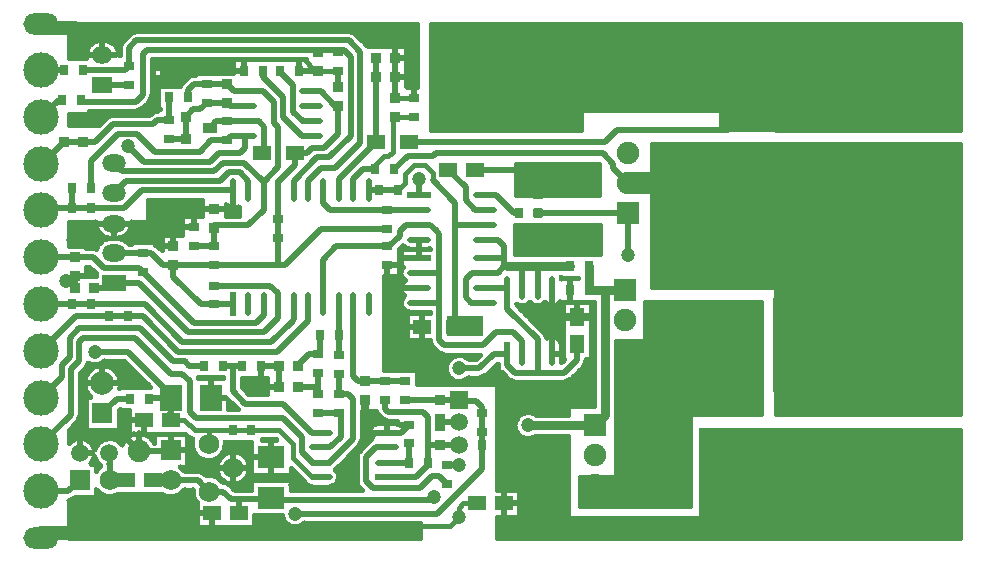
<source format=gtl>
%FSLAX42Y42*%
%MOMM*%
G71*
G01*
G75*
G04 Layer_Physical_Order=1*
%ADD10C,0.45*%
%ADD11R,0.95X0.80*%
%ADD12R,0.80X0.95*%
%ADD13O,2.00X0.50*%
%ADD14R,1.52X1.27*%
%ADD15R,2.00X0.50*%
%ADD16O,0.50X2.00*%
%ADD17R,1.50X1.25*%
%ADD18R,2.54X1.52*%
%ADD19R,1.25X1.50*%
%ADD20R,1.27X0.91*%
%ADD21R,0.91X0.91*%
%ADD22R,0.95X0.90*%
%ADD23R,0.90X0.95*%
%ADD24R,0.50X2.00*%
%ADD25R,2.30X1.90*%
%ADD26R,1.90X2.30*%
%ADD27R,3.20X0.90*%
%ADD28R,9.00X11.50*%
%ADD29C,0.50*%
%ADD30C,0.75*%
%ADD31C,1.90*%
%ADD32C,0.65*%
%ADD33C,1.20*%
%ADD34C,2.15*%
%ADD35R,3.02X1.68*%
%ADD36R,1.90X1.90*%
%ADD37C,3.00*%
%ADD38O,3.00X1.80*%
%ADD39R,16.00X8.00*%
%ADD40R,5.50X9.00*%
%ADD41C,1.90*%
%ADD42R,5.00X5.00*%
%ADD43O,2.00X1.45*%
%ADD44C,1.75*%
%ADD45R,1.75X1.75*%
%ADD46C,1.50*%
%ADD47R,1.75X1.45*%
%ADD48O,1.75X1.45*%
%ADD49R,2.00X1.45*%
%ADD50C,2.00*%
%ADD51R,1.50X1.50*%
%ADD52C,1.20*%
D10*
X8603Y-857D02*
G03*
X8638Y-849I0J77D01*
G01*
X8603Y-857D02*
G03*
X8638Y-849I0J77D01*
G01*
X8580Y-550D02*
G03*
X8548Y-488I-77J0D01*
G01*
X8365Y-1138D02*
G03*
X8365Y-1318I-68J-90D01*
G01*
X8130Y-835D02*
G03*
X8185Y-857I55J55D01*
G01*
X8130Y-835D02*
G03*
X8185Y-857I55J55D01*
G01*
X8767Y-725D02*
G03*
X8790Y-670I-55J55D01*
G01*
X8767Y-725D02*
G03*
X8790Y-670I-55J55D01*
G01*
X8610Y-857D02*
G03*
X8657Y-835I-7J77D01*
G01*
X8610Y-857D02*
G03*
X8657Y-835I-7J77D01*
G01*
X8579Y20D02*
G03*
X8577Y30I-77J-10D01*
G01*
X8580Y10D02*
G03*
X8579Y20I-77J0D01*
G01*
X8440Y-186D02*
G03*
X8569Y-180I62J46D01*
G01*
X8312Y-182D02*
G03*
X8440Y-186I65J42D01*
G01*
X8200Y-201D02*
G03*
X8312Y-182I47J61D01*
G01*
X8455Y-489D02*
G03*
X8432Y-443I-77J-8D01*
G01*
X8455Y-489D02*
G03*
X8432Y-443I-77J-8D01*
G01*
X8767Y-725D02*
G03*
X8790Y-670I-55J55D01*
G01*
X8767Y-725D02*
G03*
X8790Y-670I-55J55D01*
G01*
X8603Y-857D02*
G03*
X8657Y-835I0J77D01*
G01*
X8603Y-857D02*
G03*
X8657Y-835I0J77D01*
G01*
X8580Y-550D02*
G03*
X8455Y-489I-77J0D01*
G01*
X8130Y-835D02*
G03*
X8185Y-857I55J55D01*
G01*
X8130Y-835D02*
G03*
X8185Y-857I55J55D01*
G01*
X7447Y267D02*
G03*
X7465Y270I0J77D01*
G01*
X7238Y296D02*
G03*
X7297Y267I60J49D01*
G01*
X7252Y-127D02*
G03*
X7297Y-267I46J-62D01*
G01*
X7465Y-506D02*
G03*
X7488Y-560I77J1D01*
G01*
X7465Y-506D02*
G03*
X7488Y-560I77J1D01*
G01*
X7236Y112D02*
G03*
X7255Y0I61J-47D01*
G01*
Y-0D02*
G03*
X7252Y-127I42J-65D01*
G01*
X7797Y-668D02*
G03*
X7797Y-823I-82J-77D01*
G01*
X7885D02*
G03*
X7940Y-800I0J77D01*
G01*
X7885Y-823D02*
G03*
X7940Y-800I0J77D01*
G01*
X7533Y-605D02*
G03*
X7588Y-628I55J55D01*
G01*
X7533Y-605D02*
G03*
X7588Y-628I55J55D01*
G01*
X10832Y-8D02*
G03*
X10620Y44I-112J0D01*
G01*
X10822Y-55D02*
G03*
X10832Y-8I-102J47D01*
G01*
X10620Y44D02*
G03*
X10418Y-55I-100J-52D01*
G01*
X5740Y642D02*
G03*
X5847Y624I62J46D01*
G01*
X4550Y-740D02*
G03*
X4571Y-700I-55J55D01*
G01*
X4550Y-740D02*
G03*
X4571Y-700I-55J55D01*
G01*
X4845Y-870D02*
G03*
X4541Y-890I-152J0D01*
G01*
X4571Y-700D02*
G03*
X4709Y-680I56J97D01*
G01*
X4642Y267D02*
G03*
X4615Y272I-27J-72D01*
G01*
X4642Y267D02*
G03*
X4615Y272I-27J-72D01*
G01*
X4762Y358D02*
G03*
X4642Y267I0J-125D01*
G01*
X4916Y310D02*
G03*
X4817Y358I-98J-77D01*
G01*
X4638Y497D02*
G03*
X4762Y358I124J-15D01*
G01*
X4817D02*
G03*
X4942Y482I0J125D01*
G01*
X4844Y-890D02*
G03*
X4845Y-870I-151J20D01*
G01*
X5162Y287D02*
G03*
X5138Y304I-55J-55D01*
G01*
X5162Y287D02*
G03*
X5138Y304I-55J-55D01*
G01*
X4942Y482D02*
G03*
X4942Y497I-125J0D01*
G01*
X4780Y1400D02*
G03*
X4725Y1377I0J-77D01*
G01*
X4780Y1400D02*
G03*
X4725Y1377I0J-77D01*
G01*
X4975Y1435D02*
G03*
X5030Y1458I0J77D01*
G01*
X4975Y1435D02*
G03*
X5030Y1458I0J77D01*
G01*
X5155Y1435D02*
G03*
X5103Y1412I3J-77D01*
G01*
X5155Y1435D02*
G03*
X5103Y1412I3J-77D01*
G01*
X5087Y1515D02*
G03*
X5110Y1570I-55J55D01*
G01*
X5087Y1515D02*
G03*
X5110Y1570I-55J55D01*
G01*
X4678Y2033D02*
G03*
X4556Y1880I0J-125D01*
G01*
X4833Y1908D02*
G03*
X4708Y2033I-125J0D01*
G01*
X4865Y2027D02*
G03*
X4842Y1972I55J-55D01*
G01*
X4865Y2027D02*
G03*
X4842Y1972I55J-55D01*
G01*
X4980Y2110D02*
G03*
X4925Y2087I0J-77D01*
G01*
X4980Y2110D02*
G03*
X4925Y2087I0J-77D01*
G01*
X5360Y1667D02*
G03*
X5347Y1650I55J-55D01*
G01*
X5360Y1667D02*
G03*
X5347Y1650I55J-55D01*
G01*
X5465Y1740D02*
G03*
X5410Y1717I0J-77D01*
G01*
X5465Y1740D02*
G03*
X5410Y1717I0J-77D01*
G01*
X6938Y1983D02*
G03*
X6930Y1992I-63J-45D01*
G01*
X6938Y1983D02*
G03*
X6930Y1992I-63J-45D01*
G01*
X6835Y2087D02*
G03*
X6780Y2110I-55J-55D01*
G01*
X6835Y2087D02*
G03*
X6780Y2110I-55J-55D01*
G01*
X4410Y-1862D02*
G03*
X4460Y-1840I-5J77D01*
G01*
X4410Y-1862D02*
G03*
X4460Y-1840I-5J77D01*
G01*
X4677Y-1574D02*
G03*
X4640Y-1610I78J-116D01*
G01*
Y-1770D02*
G03*
X4831Y-1808I115J80D01*
G01*
X4628Y-1488D02*
G03*
X4675Y-1564I125J25D01*
G01*
G03*
X4677Y-1574I77J6D01*
G01*
X4595Y-1550D02*
G03*
X4628Y-1488I-93J88D01*
G01*
X5193Y-1808D02*
G03*
X5389Y-1770I80J115D01*
G01*
Y-1615D02*
G03*
X5352Y-1577I-117J-77D01*
G01*
X5459Y-1770D02*
G03*
X5490Y-1877I139J-17D01*
G01*
X5741Y-1715D02*
G03*
X5715Y-1710I-26J-73D01*
G01*
X5741Y-1715D02*
G03*
X5715Y-1710I-26J-73D01*
G01*
X5557Y-1638D02*
G03*
X5503Y-1615I-55J-55D01*
G01*
X5460Y-1343D02*
G03*
X5733Y-1388I133J-44D01*
G01*
X5714Y-1710D02*
G03*
X5570Y-1650I-117J-77D01*
G01*
X5940Y-1588D02*
G03*
X5741Y-1715I-140J0D01*
G01*
X5557Y-1638D02*
G03*
X5503Y-1615I-55J-55D01*
G01*
X4628Y-1437D02*
G03*
X4410Y-1375I-125J-25D01*
G01*
X4482Y-1190D02*
G03*
X4505Y-1135I-55J55D01*
G01*
X4482Y-1190D02*
G03*
X4505Y-1135I-55J55D01*
G01*
X4860Y-1394D02*
G03*
X4628Y-1437I-107J-69D01*
G01*
X4580Y-768D02*
G03*
X4592Y-985I113J-102D01*
G01*
X4838Y-917D02*
G03*
X4842Y-900I-145J47D01*
G01*
G03*
X4845Y-870I-150J30D01*
G01*
G03*
X4805Y-768I-152J0D01*
G01*
X4962Y-1298D02*
G03*
X4860Y-1394I38J-142D01*
G01*
X5133Y-1375D02*
G03*
X5038Y-1298I-133J-65D01*
G01*
X5422Y-1323D02*
G03*
X5460Y-1343I53J53D01*
G01*
X5422Y-1323D02*
G03*
X5460Y-1343I53J53D01*
G01*
X5770Y-1733D02*
G03*
X5749Y-1718I-55J-55D01*
G01*
X5770Y-1733D02*
G03*
X5749Y-1718I-55J-55D01*
G01*
G03*
X5940Y-1588I51J130D01*
G01*
X6213Y-1985D02*
G03*
X6407Y-2052I112J10D01*
G01*
X6398Y-1701D02*
G03*
X6468Y-1745I70J34D01*
G01*
X6618D02*
G03*
X6695Y-1667I0J77D01*
G01*
X6845Y-1700D02*
G03*
X6868Y-1755I77J0D01*
G01*
X6845Y-1700D02*
G03*
X6868Y-1755I77J0D01*
G01*
X5733Y-1388D02*
G03*
X5731Y-1370I-140J0D01*
G01*
X6695Y-1667D02*
G03*
X6663Y-1605I-77J0D01*
G01*
G03*
X6686Y-1578I-46J62D01*
G01*
X6868Y-1443D02*
G03*
X6845Y-1498I55J-55D01*
G01*
X6868Y-1443D02*
G03*
X6845Y-1498I55J-55D01*
G01*
X6867Y-1397D02*
G03*
X6890Y-1343I-55J55D01*
G01*
X6867Y-1397D02*
G03*
X6890Y-1343I-55J55D01*
G01*
X6973Y-1343D02*
G03*
X6953Y-1358I34J-70D01*
G01*
X6973Y-1343D02*
G03*
X6953Y-1358I34J-70D01*
G01*
X7028Y-1210D02*
G03*
X6973Y-1343I0J-77D01*
G01*
X7013Y-1107D02*
G03*
X7033Y-1142I75J20D01*
G01*
X7055Y-1165D02*
G03*
X7110Y-1188I55J55D01*
G01*
X7013Y-1107D02*
G03*
X7033Y-1142I75J20D01*
G01*
X7188Y-1211D02*
G03*
X7178Y-1210I-10J-77D01*
G01*
X7055Y-1165D02*
G03*
X7110Y-1188I55J55D01*
G01*
X7195Y765D02*
X7257Y827D01*
X8574Y-520D02*
X8597D01*
X8580Y-560D02*
X8597D01*
X8580Y-600D02*
X8597D01*
Y-668D02*
Y-488D01*
X8548D02*
X8597D01*
X8580Y-640D02*
X8597D01*
X8580Y-693D02*
X8605Y-668D01*
X8638Y-1138D02*
Y-849D01*
X8331Y-1120D02*
X8638D01*
X8380Y-857D02*
X8603D01*
X8600Y-1138D02*
Y-857D01*
X8580Y-680D02*
X8593D01*
X8560Y-498D02*
Y-488D01*
X8580Y-693D02*
Y-550D01*
X8560Y-1138D02*
Y-857D01*
X8520Y-1138D02*
Y-857D01*
X8480Y-1138D02*
Y-857D01*
X8440Y-1138D02*
Y-857D01*
X8320Y-1117D02*
Y-857D01*
X8280Y-1116D02*
Y-857D01*
X8400Y-1138D02*
Y-857D01*
X8638Y-2177D02*
Y-1318D01*
X8600Y-2177D02*
Y-1318D01*
X8560Y-2177D02*
Y-1318D01*
X8520Y-2177D02*
Y-1318D01*
X8365Y-1138D02*
X8638D01*
X8362Y-1320D02*
X8638D01*
X8365Y-1318D02*
X8638D01*
X8220Y-1800D02*
X8638D01*
X8220Y-1840D02*
X8638D01*
X8220Y-1880D02*
X8638D01*
X8220Y-1920D02*
X8638D01*
X8220Y-1960D02*
X8638D01*
X8220Y-2000D02*
X8638D01*
X8480Y-2177D02*
Y-1318D01*
X8360Y-1134D02*
Y-857D01*
X8440Y-2177D02*
Y-1318D01*
X8400Y-2177D02*
Y-1318D01*
X8240Y-1131D02*
Y-857D01*
X8200Y-1171D02*
Y-857D01*
Y-1773D02*
Y-1284D01*
X8360Y-2177D02*
Y-1321D01*
X8320Y-2177D02*
Y-1338D01*
X8280Y-2177D02*
Y-1339D01*
X8240Y-2177D02*
Y-1324D01*
X8220Y-2002D02*
Y-1773D01*
X8200Y-2177D02*
Y-2002D01*
X8038Y-880D02*
X8638D01*
X8185Y-857D02*
X8380D01*
X8038Y-920D02*
X8638D01*
X8038Y-960D02*
X8638D01*
X8038Y-1000D02*
X8638D01*
X8038Y-1040D02*
X8638D01*
X8038Y-1080D02*
X8638D01*
X8038Y-1120D02*
X8264D01*
X8038Y-1360D02*
X8638D01*
X8038Y-1400D02*
X8638D01*
X8038Y-1440D02*
X8638D01*
X8038Y-1480D02*
X8638D01*
X8073Y-778D02*
X8130Y-835D01*
X8045Y-718D02*
Y-703D01*
Y-778D02*
X8073D01*
X8045D02*
Y-718D01*
X8038Y-800D02*
X8095D01*
X8038Y-1160D02*
X8207D01*
X8038Y-840D02*
X8136D01*
X8038Y-1200D02*
X8188D01*
X8038Y-1280D02*
X8198D01*
X8038Y-1240D02*
X8186D01*
X8038Y-1320D02*
X8233D01*
X8038Y-1520D02*
X8638D01*
X8038Y-1560D02*
X8638D01*
X8038Y-1600D02*
X8638D01*
X8038Y-1640D02*
X8638D01*
X8038Y-1680D02*
X8638D01*
X8038Y-1720D02*
X8638D01*
X8038Y-1760D02*
X8638D01*
X8038Y-2040D02*
X8638D01*
X8038Y-1773D02*
X8220D01*
X8038Y-2080D02*
X8638D01*
X8038Y-2120D02*
X8638D01*
X8038Y-2160D02*
X8638D01*
X8038Y-2177D02*
X8638D01*
X8160Y-1773D02*
Y-853D01*
X8120Y-1773D02*
Y-825D01*
X8080Y-1773D02*
Y-785D01*
X8038Y-1773D02*
Y-703D01*
X8160Y-2177D02*
Y-2002D01*
X8120Y-2177D02*
Y-2002D01*
X8080Y-2177D02*
Y-2002D01*
X8038D02*
X8220D01*
X8040Y-2177D02*
Y-2002D01*
X8038Y-2177D02*
Y-2002D01*
X8828Y-195D02*
X8857D01*
X8828Y-200D02*
X8857D01*
X8828Y-240D02*
X8857D01*
X8828Y-280D02*
X8857D01*
X8828Y-320D02*
X8857D01*
X8828Y-360D02*
X8857D01*
X8828Y-400D02*
X8857D01*
X8828Y-412D02*
Y-195D01*
Y-438D02*
Y-412D01*
Y-438D02*
Y-412D01*
Y-440D02*
X8857D01*
X8828Y-480D02*
X8857D01*
X8828Y-520D02*
X8857D01*
X8828Y-560D02*
X8857D01*
X8828Y-600D02*
X8857D01*
X8828Y-640D02*
X8857D01*
X8789Y-680D02*
X8857D01*
Y-1065D02*
Y-195D01*
X8840Y-1065D02*
Y-195D01*
X8828Y-668D02*
Y-438D01*
X8800Y-1065D02*
Y-668D01*
X8790D02*
X8828D01*
X8772Y-720D02*
X8857D01*
X8732Y-760D02*
X8857D01*
X8692Y-800D02*
X8857D01*
X8652Y-840D02*
X8857D01*
X8610Y-880D02*
X8857D01*
X8657Y-835D02*
X8767Y-725D01*
X8610Y-920D02*
X8857D01*
X8610Y-960D02*
X8857D01*
X8610Y-1000D02*
X8857D01*
X8610Y-1040D02*
X8857D01*
X8610Y-1065D02*
X8857D01*
X8760D02*
Y-732D01*
X8720Y-1065D02*
Y-772D01*
X8680Y-1065D02*
Y-812D01*
X8640Y-1065D02*
Y-848D01*
X8610Y-1065D02*
Y-857D01*
X8747Y-180D02*
X8857D01*
X8722D02*
X8747D01*
X8722D02*
X8747D01*
X8828Y-200D02*
X8857D01*
X8828Y-240D02*
X8857D01*
X8828Y-412D02*
Y-183D01*
X8579Y20D02*
X8722D01*
X8579D02*
X8722D01*
X8569Y-180D02*
X8722D01*
X8597Y-183D02*
X8828D01*
X8552Y-200D02*
X8597D01*
X8230Y-240D02*
X8597D01*
X8828Y-280D02*
X8857D01*
X8828Y-320D02*
X8857D01*
X8828Y-360D02*
X8857D01*
X8828Y-400D02*
X8857D01*
X8828Y-438D02*
Y-412D01*
Y-440D02*
X8857D01*
X8828Y-438D02*
Y-412D01*
X8270Y-280D02*
X8597D01*
X8310Y-320D02*
X8597D01*
X8828Y-480D02*
X8857D01*
X8828Y-520D02*
X8857D01*
X8350Y-360D02*
X8597D01*
Y-412D02*
Y-183D01*
X8560Y-498D02*
Y-192D01*
X8520Y-474D02*
Y-216D01*
X8480Y-476D02*
Y-214D01*
X8427Y-200D02*
X8453D01*
X8297D02*
X8328D01*
X8200Y-210D02*
Y-201D01*
X8440Y-452D02*
Y-186D01*
X8320Y-330D02*
Y-192D01*
X8597Y-438D02*
Y-412D01*
Y-438D02*
Y-412D01*
X8536Y-480D02*
X8597D01*
X8453D02*
X8469D01*
X8574Y-520D02*
X8597D01*
X8360Y-370D02*
Y-215D01*
X8390Y-400D02*
X8597D01*
X8280Y-290D02*
Y-210D01*
X8240Y-250D02*
Y-217D01*
X8200Y-210D02*
X8432Y-443D01*
X8430Y-440D02*
X8597D01*
X8400Y-410D02*
Y-214D01*
X8828Y-560D02*
X8857D01*
X8828Y-600D02*
X8857D01*
X8828Y-668D02*
Y-438D01*
Y-640D02*
X8857D01*
Y-880D02*
Y-180D01*
X8840Y-880D02*
Y-180D01*
X8790Y-668D02*
X8828D01*
X8800Y-880D02*
Y-668D01*
X8580Y-560D02*
X8597D01*
X8580Y-600D02*
X8597D01*
Y-668D02*
Y-438D01*
X8580Y-640D02*
X8597D01*
X8580Y-693D02*
X8605Y-668D01*
X8789Y-680D02*
X8857D01*
X8772Y-720D02*
X8857D01*
X8732Y-760D02*
X8857D01*
X8692Y-800D02*
X8857D01*
X8760Y-880D02*
Y-732D01*
X8720Y-880D02*
Y-772D01*
X8680Y-880D02*
Y-812D01*
X8657Y-835D02*
X8767Y-725D01*
X8652Y-840D02*
X8857D01*
X8640Y-880D02*
Y-848D01*
X8380Y-857D02*
X8603D01*
X8600Y-880D02*
Y-857D01*
X8580Y-680D02*
X8593D01*
X8580Y-693D02*
Y-550D01*
X8073Y-778D02*
X8130Y-835D01*
X8080Y-880D02*
Y-785D01*
X8120Y-880D02*
Y-825D01*
X8045Y-718D02*
Y-703D01*
X8020Y-720D02*
X8045D01*
Y-778D02*
Y-718D01*
X7980Y-760D02*
X8045D01*
X8000Y-880D02*
Y-740D01*
X8045Y-778D02*
X8073D01*
X7960Y-880D02*
Y-780D01*
X8560Y-880D02*
Y-857D01*
X8520Y-880D02*
Y-857D01*
X8480Y-880D02*
Y-857D01*
X8440Y-880D02*
Y-857D01*
X8400Y-880D02*
Y-857D01*
X8360Y-880D02*
Y-857D01*
X8320Y-880D02*
Y-857D01*
X8185D02*
X8380D01*
X8280Y-880D02*
Y-857D01*
X8240Y-880D02*
Y-857D01*
X8200Y-880D02*
Y-857D01*
X8160Y-880D02*
Y-853D01*
X7297Y267D02*
X7447D01*
Y-267D02*
X7465D01*
X7372D02*
X7447D01*
X7372D02*
X7447D01*
X7297D02*
X7372D01*
X7220Y267D02*
X7465D01*
X7274Y-274D02*
X7465D01*
X7280D02*
Y-265D01*
X7274Y-506D02*
Y-274D01*
Y-506D02*
X7465D01*
X7078Y-280D02*
X7274D01*
X7078Y-320D02*
X7274D01*
X7078Y-360D02*
X7274D01*
X7078Y-400D02*
X7274D01*
X7078Y-440D02*
X7274D01*
X7078Y-520D02*
X7466D01*
X7078Y-480D02*
X7274D01*
X7240Y267D02*
Y293D01*
X7222Y280D02*
X7255D01*
X7205Y263D02*
X7238Y296D01*
X7205Y240D02*
X7220D01*
Y112D02*
Y267D01*
X7205Y222D02*
Y263D01*
Y198D02*
Y222D01*
Y200D02*
X7220D01*
X7205Y160D02*
X7220D01*
X7205Y198D02*
Y222D01*
Y38D02*
Y198D01*
Y120D02*
X7220D01*
Y112D02*
X7236D01*
X7205Y40D02*
X7224D01*
X7205Y80D02*
X7221D01*
X7078Y38D02*
X7205D01*
X7240Y-13D02*
Y13D01*
Y-138D02*
Y-117D01*
X7078Y-0D02*
X7255D01*
X7078Y-120D02*
X7243D01*
X7078Y-40D02*
X7224D01*
X7078Y-80D02*
X7221D01*
X7078Y-160D02*
X7226D01*
X7078Y-240D02*
X7238D01*
X7078Y-200D02*
X7221D01*
X7853Y-668D02*
X7893Y-628D01*
X7880Y-640D02*
Y-628D01*
X7840Y-668D02*
Y-628D01*
X7760Y-642D02*
Y-628D01*
X7940Y-800D02*
X8037Y-703D01*
X7940Y-800D02*
X8095D01*
X7800Y-668D02*
Y-628D01*
X7797Y-668D02*
X7853D01*
X7588Y-628D02*
X7893D01*
X7755Y-640D02*
X7880D01*
X7680Y-638D02*
Y-628D01*
X7078Y-640D02*
X7675D01*
X7640Y-661D02*
Y-628D01*
X7078Y-680D02*
X7623D01*
X7920Y-880D02*
Y-814D01*
X7797Y-823D02*
X7885D01*
X7880Y-880D02*
Y-823D01*
X7840Y-880D02*
Y-823D01*
X7800Y-880D02*
Y-823D01*
X7775Y-840D02*
X8136D01*
X7760Y-880D02*
Y-848D01*
X7357Y-840D02*
X7655D01*
X7720Y-880D02*
Y-857D01*
X7680Y-880D02*
Y-852D01*
X7357Y-880D02*
X8857D01*
X7640D02*
Y-829D01*
X7480Y-880D02*
Y-551D01*
X7488Y-560D02*
X7533Y-605D01*
X7320Y-757D02*
Y-506D01*
X7280Y-757D02*
Y-506D01*
X7440Y-880D02*
Y-506D01*
X7400Y-880D02*
Y-506D01*
X7360Y-880D02*
Y-506D01*
X7240Y-757D02*
Y-242D01*
X7078Y-560D02*
X7488D01*
X7200Y-757D02*
Y38D01*
X7160Y-757D02*
Y38D01*
X7120Y-757D02*
Y38D01*
X7080Y-757D02*
Y38D01*
X7078Y-757D02*
Y38D01*
X7600Y-880D02*
Y-628D01*
X7357Y-760D02*
X7604D01*
X7520Y-880D02*
Y-592D01*
X7560Y-880D02*
Y-622D01*
X7357Y-880D02*
Y-757D01*
X7078Y-600D02*
X7528D01*
X7078Y-720D02*
X7605D01*
X7188Y-757D02*
X7357D01*
X7157D02*
X7188D01*
X7157D02*
X7188D01*
X7357Y-800D02*
X7617D01*
X7078Y-757D02*
X7157D01*
X11955Y-1127D02*
Y275D01*
X11920Y-1127D02*
Y275D01*
X11880Y-1127D02*
Y275D01*
X11840Y-1127D02*
Y275D01*
X11800Y-1127D02*
Y275D01*
X11760Y-1127D02*
Y275D01*
X11720Y-1127D02*
Y275D01*
X11680Y-1127D02*
Y275D01*
X11640Y-1127D02*
Y275D01*
X11600Y-1127D02*
Y275D01*
X11560Y-1127D02*
Y275D01*
X11520Y-1127D02*
Y275D01*
X11480Y-1127D02*
Y275D01*
X11440Y-1127D02*
Y275D01*
X11400Y-1127D02*
Y275D01*
X11360Y-1127D02*
Y275D01*
X11320Y-1127D02*
Y275D01*
X11280Y-1127D02*
Y275D01*
X11240Y-1127D02*
Y275D01*
X11200Y-1127D02*
Y275D01*
X11160Y-1127D02*
Y275D01*
X11120Y-1127D02*
Y275D01*
X11080Y-1127D02*
Y275D01*
X11040Y-1127D02*
Y275D01*
X11000Y-1127D02*
Y275D01*
X10960Y-1127D02*
Y275D01*
X10920Y-1127D02*
Y275D01*
X10880Y-1127D02*
Y275D01*
X10840Y-1127D02*
Y275D01*
X10800Y-1127D02*
Y275D01*
X10760Y-1127D02*
Y275D01*
X10720Y-1127D02*
Y275D01*
X10680Y-1127D02*
Y275D01*
X10640Y-1127D02*
Y275D01*
X10600Y-1127D02*
Y275D01*
X10560Y-1127D02*
Y275D01*
X10520Y-1127D02*
Y275D01*
X10480Y-1127D02*
Y275D01*
X10440Y-1127D02*
Y275D01*
X10400D02*
X11955D01*
X10400Y240D02*
X11955D01*
X10400Y200D02*
X11955D01*
X10400Y160D02*
X11955D01*
X10400Y120D02*
X11955D01*
X10400Y80D02*
X11955D01*
X10400Y40D02*
X11955D01*
X10400Y-0D02*
X11955D01*
X10400Y-40D02*
X11955D01*
X10400Y-80D02*
X11955D01*
X10400Y-120D02*
X11955D01*
X10400Y-160D02*
X11955D01*
X10400Y-200D02*
X11955D01*
X10400Y-240D02*
X11955D01*
X10400Y-280D02*
X11955D01*
X10400Y-320D02*
X11955D01*
X10400Y-360D02*
X11955D01*
X10400Y-400D02*
X11955D01*
X10400Y-440D02*
X11955D01*
X10400Y-480D02*
X11955D01*
X10400Y-520D02*
X11955D01*
X10400Y-560D02*
X11955D01*
X10400Y-600D02*
X11955D01*
X10400Y-640D02*
X11955D01*
X10400Y-680D02*
X11955D01*
X10400Y-720D02*
X11955D01*
X10400Y-760D02*
X11955D01*
X10400Y-800D02*
X11955D01*
X10400Y-840D02*
X11955D01*
X10400Y-880D02*
X11955D01*
X10400Y-920D02*
X11955D01*
X10400Y-1127D02*
Y275D01*
Y-960D02*
X11955D01*
X10400Y-1000D02*
X11955D01*
X10400Y-1040D02*
X11955D01*
X10400Y-1080D02*
X11955D01*
X10400Y-1120D02*
X11955D01*
X10400Y-1127D02*
X11955D01*
X11955Y-55D02*
Y1152D01*
X11920Y-55D02*
Y1152D01*
X11880Y-55D02*
Y1152D01*
X11840Y-55D02*
Y1152D01*
X11800Y-55D02*
Y1152D01*
X11760Y-55D02*
Y1152D01*
X11720Y-55D02*
Y1152D01*
X10832Y-0D02*
X11955D01*
X11680Y-55D02*
Y1152D01*
X11640Y-55D02*
Y1152D01*
X11600Y-55D02*
Y1152D01*
X10791Y80D02*
X11955D01*
X10822Y40D02*
X11955D01*
X10828Y-40D02*
X11955D01*
X10760Y98D02*
Y1152D01*
X10720Y105D02*
Y1152D01*
X11560Y-55D02*
Y1152D01*
X10800Y72D02*
Y1152D01*
X10680Y98D02*
Y1152D01*
X10640Y72D02*
Y1152D01*
X10600Y72D02*
Y1152D01*
X10591Y80D02*
X10649D01*
X10560Y98D02*
Y1152D01*
X10520Y105D02*
Y1152D01*
X10480Y98D02*
Y1152D01*
X10440Y72D02*
Y1152D01*
X11520Y-55D02*
Y1152D01*
X11480Y-55D02*
Y1152D01*
X11440Y-55D02*
Y1152D01*
X11400Y-55D02*
Y1152D01*
X11360Y-55D02*
Y1152D01*
X11320Y-55D02*
Y1152D01*
X11280Y-55D02*
Y1152D01*
X11240Y-55D02*
Y1152D01*
X11200Y-55D02*
Y1152D01*
X11160Y-55D02*
Y1152D01*
X11120Y-55D02*
Y1152D01*
X11080Y-55D02*
Y1152D01*
X11040Y-55D02*
Y1152D01*
X10822Y-55D02*
X11955D01*
X11000D02*
Y1152D01*
X10960Y-55D02*
Y1152D01*
X10920Y-55D02*
Y1152D01*
X10880Y-55D02*
Y1152D01*
X10840Y-55D02*
Y1152D01*
X10400Y-55D02*
Y1152D01*
X10360Y-55D02*
Y1152D01*
X10320Y-55D02*
Y1152D01*
X10280Y-55D02*
Y1152D01*
X10240Y-55D02*
Y1152D01*
X10200Y-55D02*
Y1152D01*
X9347D02*
X11955D01*
X9347Y1120D02*
X11955D01*
X9347Y1080D02*
X11955D01*
X9347Y1040D02*
X11955D01*
X9347Y1000D02*
X11955D01*
X9347Y960D02*
X11955D01*
X9347Y920D02*
X11955D01*
X9347Y880D02*
X11955D01*
X9347Y840D02*
X11955D01*
X9347Y800D02*
X11955D01*
X9347Y760D02*
X11955D01*
X9347Y720D02*
X11955D01*
X9347Y680D02*
X11955D01*
X9347Y640D02*
X11955D01*
X9347Y600D02*
X11955D01*
X9347Y560D02*
X11955D01*
X9347Y520D02*
X11955D01*
X9347Y480D02*
X11955D01*
X9347Y440D02*
X11955D01*
X9347Y400D02*
X11955D01*
X9347Y360D02*
X11955D01*
X9347Y320D02*
X11955D01*
X9347Y280D02*
X11955D01*
X9347Y240D02*
X11955D01*
X9347Y200D02*
X11955D01*
X9347Y160D02*
X11955D01*
X9347Y120D02*
X11955D01*
X10160Y-55D02*
Y1152D01*
X10120Y-55D02*
Y1152D01*
X10080Y-55D02*
Y1152D01*
X10040Y-55D02*
Y1152D01*
X10000Y-55D02*
Y1152D01*
X9960Y-55D02*
Y1152D01*
X9920Y-55D02*
Y1152D01*
X9347Y80D02*
X10449D01*
X9347Y40D02*
X10418D01*
X9880Y-55D02*
Y1152D01*
X9840Y-55D02*
Y1152D01*
X9347Y-40D02*
X10412D01*
X9347Y-0D02*
X10408D01*
X9347Y-55D02*
X10418D01*
X9800D02*
Y1152D01*
X9760Y-55D02*
Y1152D01*
X9720Y-55D02*
Y1152D01*
X9680Y-55D02*
Y1152D01*
X9640Y-55D02*
Y1152D01*
X9600Y-55D02*
Y1152D01*
X9560Y-55D02*
Y1152D01*
X9520Y-55D02*
Y1152D01*
X9480Y-55D02*
Y1152D01*
X9440Y-55D02*
Y1152D01*
X9400Y-55D02*
Y1152D01*
X9360Y-55D02*
Y1152D01*
X9347Y-55D02*
Y1152D01*
X8747Y1273D02*
Y2175D01*
X8720Y1273D02*
Y2175D01*
X8680Y1273D02*
Y2175D01*
X8640Y1273D02*
Y2175D01*
X8600Y1273D02*
Y2175D01*
X8560Y1273D02*
Y2175D01*
X8520Y1273D02*
Y2175D01*
X8480Y1273D02*
Y2175D01*
X8440Y1273D02*
Y2175D01*
X8400Y1273D02*
Y2175D01*
X8360Y1273D02*
Y2175D01*
X8320Y1273D02*
Y2175D01*
X8280Y1273D02*
Y2175D01*
X8240Y1273D02*
Y2175D01*
X8200Y1273D02*
Y2175D01*
X8160Y1273D02*
Y2175D01*
X8120Y1273D02*
Y2175D01*
X8080Y1273D02*
Y2175D01*
X8040Y1273D02*
Y2175D01*
X8000Y1273D02*
Y2175D01*
X7960Y1273D02*
Y2175D01*
X7920Y1273D02*
Y2175D01*
X7880Y1273D02*
Y2175D01*
X7840Y1273D02*
Y2175D01*
X7800Y1273D02*
Y2175D01*
X7760Y1273D02*
Y2175D01*
X7720Y1273D02*
Y2175D01*
X7680Y1273D02*
Y2175D01*
X7640Y1273D02*
Y2175D01*
X7600Y1273D02*
Y2175D01*
X7472D02*
X8747D01*
X7472Y2160D02*
X8747D01*
X7472Y2120D02*
X8747D01*
X7472Y2080D02*
X8747D01*
X7472Y2040D02*
X8747D01*
X7472Y2000D02*
X8747D01*
X7472Y1960D02*
X8747D01*
X7472Y1920D02*
X8747D01*
X7472Y1880D02*
X8747D01*
X7472Y1840D02*
X8747D01*
X7472Y1800D02*
X8747D01*
X7472Y1760D02*
X8747D01*
X7472Y1720D02*
X8747D01*
X7472Y1680D02*
X8747D01*
X7472Y1640D02*
X8747D01*
X7472Y1600D02*
X8747D01*
X7472Y1560D02*
X8747D01*
X7472Y1520D02*
X8747D01*
X7472Y1480D02*
X8747D01*
X7472Y1440D02*
X8747D01*
X7472Y1400D02*
X8747D01*
X7472Y1360D02*
X8747D01*
X7560Y1273D02*
Y2175D01*
X7520Y1273D02*
Y2175D01*
X7480Y1273D02*
Y2175D01*
X7472Y1273D02*
Y2175D01*
Y1320D02*
X8747D01*
X7472Y1280D02*
X8747D01*
X7472Y1273D02*
X8747D01*
X10600Y1440D02*
Y2175D01*
X10560Y1440D02*
Y2175D01*
X10520Y1440D02*
Y2175D01*
X10480Y1440D02*
Y2175D01*
X10440Y1440D02*
Y2175D01*
X10400Y1440D02*
Y2175D01*
X10360Y1440D02*
Y2175D01*
X10320Y1440D02*
Y2175D01*
X10280Y1440D02*
Y2175D01*
X10240Y1440D02*
Y2175D01*
X10200Y1440D02*
Y2175D01*
X10160Y1440D02*
Y2175D01*
X10120Y1440D02*
Y2175D01*
X10080Y1440D02*
Y2175D01*
X10040Y1440D02*
Y2175D01*
X10000Y1440D02*
Y2175D01*
X9960Y1440D02*
Y2175D01*
X9920Y1440D02*
Y2175D01*
X9880Y1440D02*
Y2175D01*
X9840Y1440D02*
Y2175D01*
X9800Y1440D02*
Y2175D01*
X9760Y1440D02*
Y2175D01*
X9720Y1440D02*
Y2175D01*
X9680Y1440D02*
Y2175D01*
X9640Y1440D02*
Y2175D01*
X9600Y1440D02*
Y2175D01*
X9560Y1440D02*
Y2175D01*
X9520Y1440D02*
Y2175D01*
X9480Y1440D02*
Y2175D01*
X9440Y1440D02*
Y2175D01*
X9400Y1440D02*
Y2175D01*
X9360Y1440D02*
Y2175D01*
X9320Y1440D02*
Y2175D01*
X9280Y1440D02*
Y2175D01*
X9240Y1440D02*
Y2175D01*
X8680D02*
X10600D01*
X8680Y2160D02*
X10600D01*
X8680Y2120D02*
X10600D01*
X8680Y2080D02*
X10600D01*
X8680Y2040D02*
X10600D01*
X8680Y2000D02*
X10600D01*
X8680Y1960D02*
X10600D01*
X8680Y1920D02*
X10600D01*
X8680Y1880D02*
X10600D01*
X8680Y1840D02*
X10600D01*
X8680Y1800D02*
X10600D01*
X8680Y1760D02*
X10600D01*
X8680Y1720D02*
X10600D01*
X8680Y1680D02*
X10600D01*
X8680Y1640D02*
X10600D01*
X8680Y1600D02*
X10600D01*
X8680Y1560D02*
X10600D01*
X8680Y1520D02*
X10600D01*
X9200Y1440D02*
Y2175D01*
X9160Y1440D02*
Y2175D01*
X9120Y1440D02*
Y2175D01*
X9080Y1440D02*
Y2175D01*
X9040Y1440D02*
Y2175D01*
X9000Y1440D02*
Y2175D01*
X8960Y1440D02*
Y2175D01*
X8680Y1480D02*
X10600D01*
X8680Y1440D02*
X10600D01*
X8920D02*
Y2175D01*
X8880Y1440D02*
Y2175D01*
X8840Y1440D02*
Y2175D01*
X8800Y1440D02*
Y2175D01*
X8760Y1440D02*
Y2175D01*
X8720Y1440D02*
Y2175D01*
X8680Y1440D02*
Y2175D01*
Y1440D02*
Y2175D01*
X11955Y1275D02*
Y2175D01*
X11920Y1275D02*
Y2175D01*
X11880Y1275D02*
Y2175D01*
X11840Y1275D02*
Y2175D01*
X11800Y1275D02*
Y2175D01*
X11760Y1275D02*
Y2175D01*
X11720Y1275D02*
Y2175D01*
X11680Y1275D02*
Y2175D01*
X11640Y1275D02*
Y2175D01*
X11600Y1275D02*
Y2175D01*
X11560Y1275D02*
Y2175D01*
X11520Y1275D02*
Y2175D01*
X11480Y1275D02*
Y2175D01*
X11440Y1275D02*
Y2175D01*
X11400Y1275D02*
Y2175D01*
X11360Y1275D02*
Y2175D01*
X11320Y1275D02*
Y2175D01*
X11280Y1275D02*
Y2175D01*
X11240Y1275D02*
Y2175D01*
X11200Y1275D02*
Y2175D01*
X11160Y1275D02*
Y2175D01*
X11120Y1275D02*
Y2175D01*
X11080Y1275D02*
Y2175D01*
X11040Y1275D02*
Y2175D01*
X11000Y1275D02*
Y2175D01*
X10960Y1275D02*
Y2175D01*
X10920Y1275D02*
Y2175D01*
X10880Y1275D02*
Y2175D01*
X10840Y1275D02*
Y2175D01*
X10800Y1275D02*
Y2175D01*
X10760Y1275D02*
Y2175D01*
X10720Y1275D02*
Y2175D01*
X10680Y1275D02*
Y2175D01*
X10397D02*
X11955D01*
X10397Y2160D02*
X11955D01*
X10397Y2120D02*
X11955D01*
X10397Y2080D02*
X11955D01*
X10397Y2040D02*
X11955D01*
X10397Y2000D02*
X11955D01*
X10397Y1960D02*
X11955D01*
X10397Y1920D02*
X11955D01*
X10397Y1880D02*
X11955D01*
X10397Y1840D02*
X11955D01*
X10397Y1800D02*
X11955D01*
X10397Y1760D02*
X11955D01*
X10397Y1720D02*
X11955D01*
X10397Y1680D02*
X11955D01*
X10397Y1640D02*
X11955D01*
X10397Y1600D02*
X11955D01*
X10397Y1560D02*
X11955D01*
X10397Y1520D02*
X11955D01*
X10397Y1480D02*
X11955D01*
X10397Y1440D02*
X11955D01*
X10397Y1400D02*
X11955D01*
X10397Y1360D02*
X11955D01*
X10397Y1320D02*
X11955D01*
X10397Y1280D02*
X11955D01*
X10397Y1275D02*
X11955D01*
X10640D02*
Y2175D01*
X10600Y1275D02*
Y2175D01*
X10560Y1275D02*
Y2175D01*
X10520Y1275D02*
Y2175D01*
X10480Y1275D02*
Y2175D01*
X10440Y1275D02*
Y2175D01*
X10400Y1275D02*
Y2175D01*
X10397Y1275D02*
Y2175D01*
X7747Y-1888D02*
X7862D01*
X7710Y-2002D02*
Y-1925D01*
X7632Y-2080D02*
X7710Y-2002D01*
X7340Y-2080D02*
X7632D01*
X7710Y-1925D02*
X7747Y-1888D01*
X9920Y-2177D02*
Y-2008D01*
X9880Y-2177D02*
Y-2008D01*
X9840Y-2177D02*
Y-2008D01*
X9800Y-2177D02*
Y-2008D01*
X9760Y-2177D02*
Y-2008D01*
X9720Y-2177D02*
Y-2008D01*
X9680Y-2177D02*
Y-2008D01*
X9640Y-2177D02*
Y-2008D01*
X9600Y-2177D02*
Y-2008D01*
X9560Y-2177D02*
Y-2008D01*
X9520Y-2177D02*
Y-2008D01*
X9480Y-2177D02*
Y-2008D01*
X9440Y-2177D02*
Y-2008D01*
X9400Y-2177D02*
Y-2008D01*
X9360Y-2177D02*
Y-2008D01*
X9320Y-2177D02*
Y-2008D01*
X9280Y-2177D02*
Y-2008D01*
X9240Y-2177D02*
Y-2008D01*
X9200Y-2177D02*
Y-2008D01*
X9160Y-2177D02*
Y-2008D01*
X9120Y-2177D02*
Y-2008D01*
X9080Y-2177D02*
Y-2008D01*
X9040Y-2177D02*
Y-2008D01*
X9000Y-2177D02*
Y-2008D01*
X8960Y-2177D02*
Y-2008D01*
X8920Y-2177D02*
Y-2008D01*
X8880Y-2177D02*
Y-2008D01*
X8840Y-2177D02*
Y-2008D01*
X8155D02*
X9920D01*
X8155Y-2040D02*
X9920D01*
X8155Y-2080D02*
X9920D01*
X8155Y-2120D02*
X9920D01*
X8155Y-2160D02*
X9920D01*
X8800Y-2177D02*
Y-2008D01*
X8760Y-2177D02*
Y-2008D01*
X8720Y-2177D02*
Y-2008D01*
X8680Y-2177D02*
Y-2008D01*
X8640Y-2177D02*
Y-2008D01*
X8600Y-2177D02*
Y-2008D01*
X8560Y-2177D02*
Y-2008D01*
X8520Y-2177D02*
Y-2008D01*
X8480Y-2177D02*
Y-2008D01*
X8440Y-2177D02*
Y-2008D01*
X8400Y-2177D02*
Y-2008D01*
X8360Y-2177D02*
Y-2008D01*
X8155Y-2177D02*
X9920D01*
X8320D02*
Y-2008D01*
X8280Y-2177D02*
Y-2008D01*
X8240Y-2177D02*
Y-2008D01*
X8200Y-2177D02*
Y-2008D01*
X8160Y-2177D02*
Y-2008D01*
X8155Y-2177D02*
Y-2008D01*
X11955Y-2177D02*
Y-1270D01*
X11920Y-2177D02*
Y-1270D01*
X11880Y-2177D02*
Y-1270D01*
X11840Y-2177D02*
Y-1270D01*
X11800Y-2177D02*
Y-1270D01*
X11760Y-2177D02*
Y-1270D01*
X11720Y-2177D02*
Y-1270D01*
X11680Y-2177D02*
Y-1270D01*
X11640Y-2177D02*
Y-1270D01*
X11600Y-2177D02*
Y-1270D01*
X11560Y-2177D02*
Y-1270D01*
X11520Y-2177D02*
Y-1270D01*
X11480Y-2177D02*
Y-1270D01*
X11440Y-2177D02*
Y-1270D01*
X11400Y-2177D02*
Y-1270D01*
X11360Y-2177D02*
Y-1270D01*
X11320Y-2177D02*
Y-1270D01*
X11280Y-2177D02*
Y-1270D01*
X11240Y-2177D02*
Y-1270D01*
X11200Y-2177D02*
Y-1270D01*
X11160Y-2177D02*
Y-1270D01*
X11120Y-2177D02*
Y-1270D01*
X11080Y-2177D02*
Y-1270D01*
X11040Y-2177D02*
Y-1270D01*
X11000Y-2177D02*
Y-1270D01*
X10960Y-2177D02*
Y-1270D01*
X10920Y-2177D02*
Y-1270D01*
X10880Y-2177D02*
Y-1270D01*
X10840Y-2177D02*
Y-1270D01*
X10800Y-2177D02*
Y-1270D01*
X10760Y-2177D02*
Y-1270D01*
X10720Y-2177D02*
Y-1270D01*
X10680Y-2177D02*
Y-1270D01*
X10640Y-2177D02*
Y-1270D01*
X10600Y-2177D02*
Y-1270D01*
X10560Y-2177D02*
Y-1270D01*
X10520Y-2177D02*
Y-1270D01*
X10480Y-2177D02*
Y-1270D01*
X10440Y-2177D02*
Y-1270D01*
X10400Y-2177D02*
Y-1270D01*
X10360Y-2177D02*
Y-1270D01*
X9760D02*
X11955D01*
X9760Y-1280D02*
X11955D01*
X9760Y-1320D02*
X11955D01*
X9760Y-1360D02*
X11955D01*
X9760Y-1400D02*
X11955D01*
X9760Y-1440D02*
X11955D01*
X9760Y-1480D02*
X11955D01*
X9760Y-1520D02*
X11955D01*
X9760Y-1560D02*
X11955D01*
X9760Y-1600D02*
X11955D01*
X9760Y-1640D02*
X11955D01*
X9760Y-1680D02*
X11955D01*
X9760Y-1720D02*
X11955D01*
X9760Y-1760D02*
X11955D01*
X9760Y-1800D02*
X11955D01*
X9760Y-1840D02*
X11955D01*
X9760Y-1880D02*
X11955D01*
X9760Y-1920D02*
X11955D01*
X9760Y-1960D02*
X11955D01*
X9760Y-2000D02*
X11955D01*
X10320Y-2177D02*
Y-1270D01*
X10280Y-2177D02*
Y-1270D01*
X10240Y-2177D02*
Y-1270D01*
X10200Y-2177D02*
Y-1270D01*
X10160Y-2177D02*
Y-1270D01*
X9760Y-2040D02*
X11955D01*
X9760Y-2080D02*
X11955D01*
X9760Y-2120D02*
X11955D01*
X9760Y-2160D02*
X11955D01*
X9760Y-2177D02*
X11955D01*
X10120D02*
Y-1270D01*
X10080Y-2177D02*
Y-1270D01*
X10040Y-2177D02*
Y-1270D01*
X10000Y-2177D02*
Y-1270D01*
X9960Y-2177D02*
Y-1270D01*
X9920Y-2177D02*
Y-1270D01*
X9880Y-2177D02*
Y-1270D01*
X9840Y-2177D02*
Y-1270D01*
X9800Y-2177D02*
Y-1270D01*
X9760Y-2177D02*
Y-1270D01*
X5475D02*
X5795D01*
X5592Y-1388D02*
Y-1273D01*
X5272Y-1182D02*
X5388D01*
X5475Y-1270D01*
X5272Y-1182D02*
X5283Y-1193D01*
X8903Y222D02*
Y468D01*
X8880Y222D02*
Y468D01*
X8840Y222D02*
Y468D01*
X8800Y222D02*
Y468D01*
X8760Y222D02*
Y468D01*
X8720Y222D02*
Y468D01*
X8680Y222D02*
Y468D01*
X8640Y222D02*
Y468D01*
X8600Y222D02*
Y468D01*
X8560Y222D02*
Y468D01*
X8520Y222D02*
Y468D01*
X8480Y222D02*
Y468D01*
X8440Y222D02*
Y468D01*
X8400Y222D02*
Y468D01*
X8190D02*
X8903D01*
X8190Y440D02*
X8903D01*
X8190Y400D02*
X8903D01*
X8190Y360D02*
X8903D01*
X8190Y320D02*
X8903D01*
X8190Y280D02*
X8903D01*
X8190Y240D02*
X8903D01*
X8360Y222D02*
Y468D01*
X8320Y222D02*
Y468D01*
X8280Y222D02*
Y468D01*
X8190Y222D02*
X8903D01*
X8240D02*
Y468D01*
X8200Y222D02*
Y468D01*
X8190Y222D02*
Y468D01*
X9288Y-1120D02*
X10268D01*
X9288Y-1080D02*
X10268D01*
X9288Y-1040D02*
X10268D01*
X9288Y-1000D02*
X10268D01*
X9288Y-1127D02*
Y-183D01*
Y-960D02*
X10268D01*
X9288Y-920D02*
X10268D01*
X9288Y-880D02*
X10268D01*
X9288Y-840D02*
X10268D01*
X9288Y-800D02*
X10268D01*
X9288Y-760D02*
X10268D01*
X9288Y-720D02*
X10268D01*
X9288Y-680D02*
X10268D01*
X9288Y-640D02*
X10268D01*
X9288Y-600D02*
X10268D01*
X9288Y-560D02*
X10268D01*
X9288Y-520D02*
X10268D01*
X9288Y-480D02*
X10268D01*
X9288Y-440D02*
X10268D01*
X9288Y-400D02*
X10268D01*
X9288Y-360D02*
X10268D01*
X9288Y-320D02*
X10268D01*
X9288Y-280D02*
X10268D01*
X9288Y-240D02*
X10268D01*
X9288Y-200D02*
X10268D01*
X9288Y-183D02*
X10268D01*
X9320Y-1127D02*
Y-183D01*
X9360Y-1127D02*
Y-183D01*
X9400Y-1127D02*
Y-183D01*
X9440Y-1127D02*
Y-183D01*
X9480Y-1127D02*
Y-183D01*
X9520Y-1127D02*
Y-183D01*
X9288Y-1127D02*
X10268D01*
X9560D02*
Y-183D01*
X9600Y-1127D02*
Y-183D01*
X9640Y-1127D02*
Y-183D01*
X9680Y-1127D02*
Y-183D01*
X9720Y-1127D02*
Y-183D01*
X9760Y-1127D02*
Y-183D01*
X9800Y-1127D02*
Y-183D01*
X9840Y-1127D02*
Y-183D01*
X9880Y-1127D02*
Y-183D01*
X9920Y-1127D02*
Y-183D01*
X9960Y-1127D02*
Y-183D01*
X10000Y-1127D02*
Y-183D01*
X10040Y-1127D02*
Y-183D01*
X10080Y-1127D02*
Y-183D01*
X10120Y-1127D02*
Y-183D01*
X10160Y-1127D02*
Y-183D01*
X10200Y-1127D02*
Y-183D01*
X10240Y-1127D02*
Y-183D01*
X10268Y-1127D02*
Y-183D01*
X9043Y-1880D02*
X9665D01*
X9043Y-1840D02*
X9665D01*
X9043Y-1800D02*
X9665D01*
X9043Y-1760D02*
X9665D01*
X9043Y-1720D02*
X9665D01*
X9043Y-1680D02*
X9665D01*
X9043Y-1640D02*
X9665D01*
X9043Y-1600D02*
X9665D01*
X9043Y-1560D02*
X9665D01*
X9043Y-1520D02*
X9665D01*
X9043Y-1480D02*
X9665D01*
X9043Y-1440D02*
X9665D01*
X9043Y-1400D02*
X9665D01*
X9043Y-1360D02*
X9665D01*
X9043Y-1320D02*
X9665D01*
X9043Y-1280D02*
X9665D01*
X9043Y-1240D02*
X9665D01*
X9043Y-1200D02*
X9665D01*
X9043Y-1160D02*
X9665D01*
X9043Y-1120D02*
X9665D01*
X9043Y-1080D02*
X9665D01*
X9043Y-1040D02*
X9665D01*
X9043Y-1000D02*
X9665D01*
X9043Y-960D02*
X9665D01*
X9043Y-920D02*
X9665D01*
X9043Y-880D02*
X9665D01*
X9043Y-840D02*
X9665D01*
X9043Y-1908D02*
Y-515D01*
X9080Y-1908D02*
Y-515D01*
X9120Y-1908D02*
Y-515D01*
X9160Y-1908D02*
Y-515D01*
X9200Y-1908D02*
Y-515D01*
X9240Y-1908D02*
Y-515D01*
X9043Y-1908D02*
X9665D01*
X9280D02*
Y-515D01*
X9320Y-1908D02*
Y-515D01*
X9360Y-1908D02*
Y-515D01*
X9400Y-1908D02*
Y-515D01*
X9440Y-1908D02*
Y-515D01*
X9480Y-1908D02*
Y-515D01*
X9043Y-800D02*
X9665D01*
X9520Y-1908D02*
Y-515D01*
X9043Y-760D02*
X9665D01*
X9560Y-1908D02*
Y-515D01*
X9600Y-1908D02*
Y-515D01*
X9640Y-1908D02*
Y-515D01*
X9665Y-1908D02*
Y-515D01*
X9043Y-720D02*
X9665D01*
X9043Y-680D02*
X9665D01*
X9043Y-640D02*
X9665D01*
X9043Y-600D02*
X9665D01*
X9043Y-560D02*
X9665D01*
X9043Y-520D02*
X9665D01*
X9043Y-515D02*
X9665D01*
X8735Y-1908D02*
Y-1660D01*
X8760Y-1908D02*
Y-1660D01*
X8800Y-1908D02*
Y-1660D01*
X8840Y-1908D02*
Y-1660D01*
X8735Y-1908D02*
X9665D01*
X8880D02*
Y-1660D01*
X8920Y-1908D02*
Y-1660D01*
X8960Y-1908D02*
Y-1660D01*
X8735Y-1880D02*
X9665D01*
X8735Y-1840D02*
X9665D01*
X8735Y-1800D02*
X9665D01*
X9000Y-1908D02*
Y-1660D01*
X8735Y-1760D02*
X9665D01*
X8735Y-1720D02*
X9665D01*
X8735Y-1680D02*
X9665D01*
X8735Y-1660D02*
X9665D01*
X9040Y-1908D02*
Y-1660D01*
X9080Y-1908D02*
Y-1660D01*
X9120Y-1908D02*
Y-1660D01*
X9160Y-1908D02*
Y-1660D01*
X9200Y-1908D02*
Y-1660D01*
X9240Y-1908D02*
Y-1660D01*
X9280Y-1908D02*
Y-1660D01*
X9320Y-1908D02*
Y-1660D01*
X9360Y-1908D02*
Y-1660D01*
X9400Y-1908D02*
Y-1660D01*
X9440Y-1908D02*
Y-1660D01*
X9480Y-1908D02*
Y-1660D01*
X9520Y-1908D02*
Y-1660D01*
X9560Y-1908D02*
Y-1660D01*
X9600Y-1908D02*
Y-1660D01*
X9640Y-1908D02*
Y-1660D01*
X9665Y-1908D02*
Y-1660D01*
X8193Y728D02*
Y990D01*
X8200Y728D02*
Y990D01*
X8240Y728D02*
Y990D01*
X8193Y728D02*
X8900D01*
X8280D02*
Y990D01*
X8320Y728D02*
Y990D01*
X8360Y728D02*
Y990D01*
X8193Y760D02*
X8900D01*
X8193Y800D02*
X8900D01*
X8193Y840D02*
X8900D01*
X8193Y880D02*
X8900D01*
X8193Y920D02*
X8900D01*
X8193Y960D02*
X8900D01*
X8193Y990D02*
X8900D01*
X8400Y728D02*
Y990D01*
X8440Y728D02*
Y990D01*
X8480Y728D02*
Y990D01*
X8520Y728D02*
Y990D01*
X8560Y728D02*
Y990D01*
X8600Y728D02*
Y990D01*
X8640Y728D02*
Y990D01*
X8680Y728D02*
Y990D01*
X8720Y728D02*
Y990D01*
X8760Y728D02*
Y990D01*
X8800Y728D02*
Y990D01*
X8840Y728D02*
Y990D01*
X8880Y728D02*
Y990D01*
X8900Y728D02*
Y990D01*
X7490Y848D02*
Y912D01*
X5083Y415D02*
X5195D01*
Y490D01*
X5083Y415D02*
Y678D01*
X5120Y415D02*
Y678D01*
X5160Y415D02*
Y678D01*
X5083Y440D02*
X5195D01*
X5083Y480D02*
X5195D01*
Y490D02*
X5370D01*
X5200D02*
Y678D01*
X5240Y490D02*
Y678D01*
X5280Y490D02*
Y678D01*
X5320Y490D02*
Y678D01*
X5360Y490D02*
Y678D01*
X5083Y520D02*
X5370D01*
X5083Y560D02*
X5540D01*
X5083Y600D02*
X5540D01*
X5083Y640D02*
X5540D01*
X5083Y678D02*
X5540D01*
X5370Y490D02*
Y545D01*
X5400D02*
Y678D01*
X5440Y545D02*
Y678D01*
X5370Y545D02*
X5540D01*
X5740Y547D02*
Y642D01*
X5480Y545D02*
Y678D01*
X5520Y545D02*
Y678D01*
X5540Y545D02*
Y678D01*
X5760Y547D02*
Y623D01*
X5800Y547D02*
Y610D01*
X5740Y547D02*
X5847D01*
X5740Y560D02*
X5847D01*
X5740Y600D02*
X5847D01*
X5840Y547D02*
Y620D01*
X5847Y547D02*
Y624D01*
X7040Y2060D02*
X7242D01*
X7428Y975D02*
X7490Y912D01*
X7257Y827D02*
Y905D01*
X7328Y975D01*
X7428D01*
X7168Y1548D02*
X7335D01*
X7150Y1370D02*
X7168Y1388D01*
X7150Y1090D02*
Y1370D01*
X7110Y1050D02*
X7150Y1090D01*
X7075Y1050D02*
X7110D01*
X7003Y977D02*
X7075Y1050D01*
X7003Y940D02*
Y977D01*
X7168Y1388D02*
X7335D01*
X4505Y-890D02*
X4541D01*
X4505Y-880D02*
X4540D01*
X4505Y-840D02*
X4543D01*
X4505Y-800D02*
X4557D01*
X4505Y-890D02*
Y-785D01*
X4520Y-890D02*
Y-770D01*
X4505Y-785D02*
X4550Y-740D01*
X4530Y-760D02*
X4587D01*
X4560Y-795D02*
Y-727D01*
X4600Y-749D02*
Y-712D01*
X4640Y-727D02*
Y-714D01*
X4558Y40D02*
Y98D01*
X4600Y40D02*
Y100D01*
X4560Y40D02*
Y117D01*
X4564Y-720D02*
X4665D01*
X4828Y-800D02*
X4995D01*
X4720Y-720D02*
X4915D01*
X4798Y-760D02*
X4955D01*
X4680Y-718D02*
Y-702D01*
X4558Y40D02*
X4638D01*
Y63D01*
X4760Y-733D02*
Y-680D01*
X4800Y-762D02*
Y-680D01*
X4720Y-720D02*
Y-680D01*
X4709D02*
X4875D01*
X4709Y-680D02*
X4875D01*
X4558Y98D02*
Y117D01*
Y80D02*
X4620D01*
X4558Y98D02*
Y117D01*
X4410Y292D02*
X4558D01*
Y117D02*
X4583D01*
X4638Y63D01*
X4558Y272D02*
Y292D01*
Y272D02*
X4615D01*
X4410Y292D02*
Y497D01*
X4440Y292D02*
Y497D01*
X4410Y480D02*
X4638D01*
X4410Y497D02*
X4638D01*
X4560Y272D02*
Y497D01*
X4600Y272D02*
Y497D01*
X4480Y292D02*
Y497D01*
X4640Y268D02*
Y458D01*
X4520Y292D02*
Y497D01*
X4558Y280D02*
X4647D01*
X4410Y320D02*
X4673D01*
X4410Y360D02*
X4738D01*
X4762Y358D02*
X4817D01*
X4762D02*
X4817D01*
X4410Y400D02*
X4669D01*
X4410Y440D02*
X4645D01*
X4680Y326D02*
Y389D01*
X4720Y350D02*
Y365D01*
X4844Y-890D02*
X5085D01*
X4842Y-840D02*
X5035D01*
X4845Y-880D02*
X5075D01*
X5040Y-890D02*
Y-845D01*
X5504Y-820D02*
X5622D01*
X5647D01*
X4880Y-890D02*
Y-685D01*
X4875Y-680D02*
X5085Y-890D01*
X4840Y-831D02*
Y-680D01*
X4920Y-890D02*
Y-725D01*
X4960Y-890D02*
Y-765D01*
X5000Y-890D02*
Y-805D01*
X5622Y-820D02*
X5647D01*
X5506Y-825D02*
X5717D01*
X5647Y-820D02*
X5717D01*
X5872Y-890D02*
Y-825D01*
Y-890D02*
X6090D01*
X5872Y-880D02*
X6090D01*
X5872Y-840D02*
X6090D01*
X5880Y-890D02*
Y-825D01*
X5920Y-890D02*
Y-825D01*
X5872D02*
X5940D01*
X5960Y-890D02*
Y-825D01*
X5940D02*
X5965D01*
X5940D02*
X5965D01*
X6090D01*
X6000Y-890D02*
Y-825D01*
X6040Y-890D02*
Y-825D01*
X6080Y-890D02*
Y-825D01*
X6090Y-890D02*
Y-825D01*
X4916Y310D02*
X4938D01*
Y325D01*
X4907Y320D02*
X4938D01*
Y325D02*
X5138D01*
X5162Y287D02*
X5195Y255D01*
X5138Y304D02*
Y325D01*
X4920Y310D02*
Y411D01*
X4960Y325D02*
Y497D01*
X4880Y341D02*
Y374D01*
X5000Y325D02*
Y497D01*
X5160Y290D02*
Y497D01*
X5040Y325D02*
Y497D01*
X5080Y325D02*
Y497D01*
X5120Y325D02*
Y497D01*
X5138Y320D02*
X5195D01*
X4842Y360D02*
X5195D01*
X4911Y400D02*
X5370D01*
X4935Y440D02*
X5370D01*
X5195Y255D02*
Y388D01*
X5170Y280D02*
X5195D01*
Y388D02*
X5370D01*
X5200D02*
Y497D01*
X5240Y388D02*
Y497D01*
X4942Y480D02*
X5370D01*
X4942Y497D02*
X5370D01*
X5280Y388D02*
Y497D01*
X5320Y388D02*
Y497D01*
X5360Y388D02*
Y497D01*
X5370Y388D02*
Y497D01*
X4408Y1320D02*
Y1412D01*
Y1320D02*
X4668D01*
X4408Y1360D02*
X4708D01*
X4408Y1412D02*
X4420D01*
X4408D02*
X4420D01*
X4408Y1400D02*
X4778D01*
X4420Y1412D02*
X4580D01*
X4440Y1320D02*
Y1412D01*
X4480Y1320D02*
Y1412D01*
X4520Y1320D02*
Y1412D01*
X4668Y1320D02*
X4725Y1377D01*
X4560Y1320D02*
Y1412D01*
X4600Y1320D02*
Y1435D01*
X4640Y1320D02*
Y1435D01*
X4680Y1332D02*
Y1435D01*
X4580Y1412D02*
Y1435D01*
X4720Y1372D02*
Y1435D01*
X4760Y1397D02*
Y1435D01*
X4580D02*
X4975D01*
X4800Y1400D02*
Y1435D01*
X4840Y1400D02*
Y1435D01*
X4880Y1400D02*
Y1435D01*
X4920Y1400D02*
Y1435D01*
X4960Y1400D02*
Y1435D01*
X5000Y1400D02*
Y1439D01*
X5040Y1400D02*
Y1468D01*
X4780Y1400D02*
X5090D01*
X5080D02*
Y1508D01*
X5030Y1458D02*
X5087Y1515D01*
X5002Y1440D02*
X5155D01*
X5052Y1480D02*
X5162D01*
X5090Y1400D02*
X5103Y1412D01*
X5155Y1435D02*
Y1450D01*
X5092Y1520D02*
X5162D01*
Y1450D02*
X5178D01*
X5162Y1450D02*
X5178D01*
X5120Y1425D02*
Y1875D01*
X5109Y1560D02*
X5162D01*
X5110Y1570D02*
Y1875D01*
Y1600D02*
X5162D01*
X5110Y1640D02*
X5162D01*
Y1450D02*
Y1650D01*
X5200D02*
Y1875D01*
X5162Y1650D02*
X5322D01*
X5240D02*
Y1875D01*
X5280Y1650D02*
Y1875D01*
X5320Y1650D02*
Y1875D01*
X5322Y1650D02*
X5347D01*
X5322D02*
X5347D01*
X4408Y1880D02*
X4435D01*
X4460D01*
X4435D02*
X4460D01*
X4556D01*
X4408Y1920D02*
X4553D01*
X4408Y1960D02*
X4564D01*
X4408Y2000D02*
X4593D01*
X4832Y1905D02*
X4842D01*
Y1972D01*
X4832Y1920D02*
X4842D01*
X4821Y1960D02*
X4842D01*
X4408Y1880D02*
Y2175D01*
X4440Y1880D02*
Y2175D01*
X4480Y1880D02*
Y2175D01*
X4520Y1880D02*
Y2175D01*
X4560Y1950D02*
Y2175D01*
X4600Y2006D02*
Y2175D01*
X4760Y2021D02*
Y2175D01*
X4800Y1992D02*
Y2175D01*
X4840Y1905D02*
Y2175D01*
X4640Y2027D02*
Y2175D01*
X4680Y2033D02*
Y2175D01*
X4678Y2033D02*
X4708D01*
X4720Y2032D02*
Y2175D01*
X4792Y2000D02*
X4848D01*
X4408Y2040D02*
X4878D01*
X4408Y2080D02*
X4918D01*
X4865Y2027D02*
X4925Y2087D01*
X5110Y1680D02*
X5373D01*
X5110Y1720D02*
X5413D01*
X5110Y1800D02*
X5797D01*
X5110Y1840D02*
X5797D01*
X5110Y1875D02*
X6415D01*
X4980Y2110D02*
X6780D01*
X4880Y2042D02*
Y2175D01*
X4920Y2082D02*
Y2175D01*
X4960Y2107D02*
Y2175D01*
X4408Y2120D02*
X7360D01*
X5000Y2110D02*
Y2175D01*
X4408Y2160D02*
X7360D01*
X4408Y2175D02*
X7360D01*
X5040Y2110D02*
Y2175D01*
X5080Y2110D02*
Y2175D01*
X5120Y2110D02*
Y2175D01*
X5160Y2110D02*
Y2175D01*
X5200Y2110D02*
Y2175D01*
X5240Y2110D02*
Y2175D01*
X5280Y2110D02*
Y2175D01*
X5320Y2110D02*
Y2175D01*
X5360Y1667D02*
X5410Y1717D01*
X5360Y1667D02*
Y1875D01*
X5400Y1707D02*
Y1875D01*
X5465Y1740D02*
X5478D01*
Y1755D01*
X5650D01*
X5678D01*
X5650Y1760D02*
X5797D01*
X5440Y1736D02*
Y1875D01*
X5480Y1755D02*
Y1875D01*
X5520Y1755D02*
Y1875D01*
X5560Y1755D02*
Y1875D01*
X5600Y1755D02*
Y1875D01*
X5640Y1755D02*
Y1875D01*
X5680Y1760D02*
Y1875D01*
X5720Y1760D02*
Y1875D01*
X5760Y1760D02*
Y1875D01*
X5797Y1760D02*
Y1873D01*
X5958D01*
X5983D01*
X5958D02*
X5983D01*
X6105D01*
X6142D01*
X7265Y1680D02*
X7360D01*
X7265Y1720D02*
X7360D01*
X6105Y1873D02*
X6142D01*
X6265D01*
X7265Y1760D02*
X7360D01*
X7265Y1645D02*
Y1783D01*
X7268Y1640D02*
X7360D01*
X7265Y1783D02*
Y1820D01*
Y1783D02*
Y1820D01*
Y1800D02*
X7360D01*
X7265Y1840D02*
X7360D01*
X6265Y1873D02*
X6290D01*
X6265D02*
X6290D01*
X6415D01*
X7280Y1640D02*
Y2175D01*
X7320Y1640D02*
Y2175D01*
X7360Y1640D02*
Y2175D01*
X7360Y1640D02*
Y2175D01*
X7265Y1880D02*
X7360D01*
X7265Y1820D02*
Y1983D01*
Y1920D02*
X7360D01*
X7265Y1960D02*
X7360D01*
X5360Y2110D02*
Y2175D01*
X5400Y2110D02*
Y2175D01*
X5440Y2110D02*
Y2175D01*
X5480Y2110D02*
Y2175D01*
X5520Y2110D02*
Y2175D01*
X5560Y2110D02*
Y2175D01*
X5600Y2110D02*
Y2175D01*
X5640Y2110D02*
Y2175D01*
X5680Y2110D02*
Y2175D01*
X5720Y2110D02*
Y2175D01*
X5760Y2110D02*
Y2175D01*
X5800Y2110D02*
Y2175D01*
X5840Y2110D02*
Y2175D01*
X5880Y2110D02*
Y2175D01*
X5920Y2110D02*
Y2175D01*
X5960Y2110D02*
Y2175D01*
X6000Y2110D02*
Y2175D01*
X6040Y2110D02*
Y2175D01*
X6080Y2110D02*
Y2175D01*
X6120Y2110D02*
Y2175D01*
X6160Y2110D02*
Y2175D01*
X6200Y2110D02*
Y2175D01*
X6240Y2110D02*
Y2175D01*
X6280Y2110D02*
Y2175D01*
X6320Y2110D02*
Y2175D01*
X6360Y2110D02*
Y2175D01*
X6400Y2110D02*
Y2175D01*
X6440Y2110D02*
Y2175D01*
X6480Y2110D02*
Y2175D01*
X6842Y2080D02*
X7360D01*
X6520Y2110D02*
Y2175D01*
X6560Y2110D02*
Y2175D01*
X6600Y2110D02*
Y2175D01*
X6640Y2110D02*
Y2175D01*
X6938Y1983D02*
X7070D01*
X7105D01*
X7070D02*
X7105D01*
X7265D01*
X6835Y2087D02*
X6930Y1992D01*
X6922Y2000D02*
X7360D01*
X6882Y2040D02*
X7360D01*
X6840Y2082D02*
Y2175D01*
X6880Y2042D02*
Y2175D01*
X6920Y2002D02*
Y2175D01*
X6680Y2110D02*
Y2175D01*
X6720Y2110D02*
Y2175D01*
X6760Y2110D02*
Y2175D01*
X6800Y2107D02*
Y2175D01*
X6960Y1983D02*
Y2175D01*
X7000Y1983D02*
Y2175D01*
X7040Y1983D02*
Y2175D01*
X7080Y1983D02*
Y2175D01*
X7120Y1983D02*
Y2175D01*
X7160Y1983D02*
Y2175D01*
X7200Y1983D02*
Y2175D01*
X7240Y1983D02*
Y2175D01*
X6415Y1855D02*
X6468Y1802D01*
X6415Y1855D02*
Y1873D01*
X6412Y1867D02*
X6414Y1873D01*
X6415Y1875D01*
X6515Y1773D02*
X6685D01*
X8653Y-180D02*
X8655Y-80D01*
X6305Y-1502D02*
X6470Y-1667D01*
X6305Y-1502D02*
Y-1382D01*
X6192Y-1270D02*
X6305Y-1382D01*
X6470Y-1667D02*
X6543D01*
X5795Y-1270D02*
X6192D01*
X4410Y-2177D02*
Y-1862D01*
X4440Y-2177D02*
Y-1854D01*
X4480Y-2177D02*
Y-1830D01*
X4520Y-2177D02*
Y-1830D01*
X4560Y-2177D02*
Y-1830D01*
X4600Y-2177D02*
Y-1830D01*
X4460Y-1840D02*
X4470Y-1830D01*
X4640D01*
X4640Y-2177D02*
Y-1830D01*
X4640Y-1800D02*
X4668D01*
X4680Y-2177D02*
Y-1808D01*
X4720Y-2177D02*
Y-1826D01*
X4760Y-2177D02*
Y-1830D01*
X4800Y-2177D02*
Y-1823D01*
X4840Y-2177D02*
Y-1808D01*
X4880Y-2177D02*
Y-1808D01*
X4920Y-2177D02*
Y-1808D01*
X4960Y-2177D02*
Y-1808D01*
X4831D02*
X4997D01*
X5000Y-2177D02*
Y-1808D01*
X5240Y-2177D02*
Y-1829D01*
X5280Y-2177D02*
Y-1832D01*
X5200Y-2177D02*
Y-1812D01*
X5320Y-2177D02*
Y-1824D01*
X4640Y-1830D02*
Y-1770D01*
Y-1610D02*
Y-1550D01*
X4595D02*
X4640D01*
Y-1560D02*
X4670D01*
X4616Y-1520D02*
X4639D01*
X4640Y-1550D02*
Y-1522D01*
X5040Y-2177D02*
Y-1808D01*
X5080Y-2177D02*
Y-1808D01*
X5120Y-2177D02*
Y-1808D01*
X5160Y-2177D02*
Y-1808D01*
X5360Y-2177D02*
Y-1802D01*
X5400Y-2177D02*
Y-1770D01*
X4997Y-1808D02*
X5022D01*
X4997D02*
X5022D01*
X5193D01*
X4410Y-2080D02*
X5490D01*
X4410Y-2040D02*
X5490D01*
X5440Y-2177D02*
Y-1770D01*
X4410Y-2177D02*
X7378D01*
X4410Y-2160D02*
X7378D01*
X4410Y-2120D02*
X7378D01*
X4460Y-1840D02*
X5468D01*
X5362Y-1800D02*
X5458D01*
X5389Y-1770D02*
X5459D01*
X4410Y-2000D02*
X5490D01*
X4410Y-1960D02*
X5490D01*
X4410Y-1920D02*
X5490D01*
X4410Y-1880D02*
X5490D01*
X5520Y-2177D02*
Y-2083D01*
X5480Y-2177D02*
Y-1864D01*
X5560Y-2177D02*
Y-2083D01*
X5600Y-2177D02*
Y-2083D01*
X5640Y-2177D02*
Y-2083D01*
X5490D02*
X5720D01*
X5680Y-2177D02*
Y-2083D01*
X5490D02*
Y-1877D01*
X5680Y-1674D02*
Y-1660D01*
X5400Y-1615D02*
Y-1577D01*
X5440Y-1615D02*
Y-1336D01*
X5480Y-1615D02*
Y-1471D01*
X5389Y-1615D02*
X5503D01*
X5378Y-1600D02*
X5661D01*
X5352Y-1577D02*
X5412D01*
Y-1440D02*
X5463D01*
X5412Y-1577D02*
Y-1314D01*
Y-1560D02*
X5663D01*
X5412Y-1520D02*
X5547D01*
X5412Y-1480D02*
X5487D01*
X5557Y-1638D02*
X5570Y-1650D01*
X5560Y-1640D02*
Y-1524D01*
X5600Y-1648D02*
Y-1527D01*
X5560Y-1640D02*
X5670D01*
X5640Y-1654D02*
Y-1519D01*
X5520Y-1617D02*
Y-1507D01*
X5638Y-1520D02*
X5677D01*
X5680Y-1515D02*
Y-1497D01*
X5698Y-1480D02*
X5710D01*
X5722Y-1440D02*
X5953D01*
X4410Y-1360D02*
X4427D01*
X4410Y-1375D02*
Y-1262D01*
X4440Y-1351D02*
Y-1232D01*
X4410Y-1320D02*
X4914D01*
X4480Y-1337D02*
Y-1192D01*
X4410Y-1262D02*
X4482Y-1190D01*
X4432Y-1240D02*
X4553D01*
X4472Y-1200D02*
X4553D01*
X4501Y-1160D02*
X4553D01*
X4505Y-1120D02*
X4553D01*
X4614Y-1400D02*
X4641D01*
X4600Y-1380D02*
Y-1265D01*
X4640Y-1403D02*
Y-1265D01*
X4578Y-1360D02*
X4677D01*
X4680Y-1358D02*
Y-1265D01*
X4560Y-1349D02*
Y-1265D01*
X4720Y-1339D02*
Y-1265D01*
X4760Y-1335D02*
Y-1265D01*
X4800Y-1344D02*
Y-1265D01*
X4828Y-1360D02*
X4876D01*
X4553Y-1265D02*
X4833D01*
Y-1095D01*
X4505Y-1080D02*
X4553D01*
X4505Y-1135D02*
Y-785D01*
X4520Y-1336D02*
Y-770D01*
X4505Y-1040D02*
X4553D01*
X4505Y-1000D02*
X4553D01*
X4505Y-920D02*
X4548D01*
X4505Y-880D02*
X4540D01*
X4505Y-785D02*
X4522Y-768D01*
X4505Y-960D02*
X4569D01*
X4505Y-840D02*
X4543D01*
X4505Y-800D02*
X4557D01*
X4522Y-768D02*
X4580D01*
X4553Y-1265D02*
Y-985D01*
X4592D01*
X4560D02*
Y-945D01*
X4840Y-1370D02*
Y-1100D01*
X4880Y-1354D02*
Y-1100D01*
X4838D02*
Y-1090D01*
X4560Y-795D02*
Y-768D01*
X4840Y-831D02*
Y-768D01*
X4880Y-900D02*
Y-768D01*
X4920Y-1316D02*
Y-1298D01*
X5120Y-1354D02*
Y-1298D01*
X5124Y-1360D02*
X5133D01*
X5086Y-1320D02*
X5133D01*
X4410Y-1280D02*
X4915D01*
X4833Y-1240D02*
X4915D01*
X4833Y-1200D02*
X4915D01*
Y-1298D02*
X4962D01*
X5080Y-1316D02*
Y-1298D01*
X5038D02*
X5133D01*
X5412Y-1314D02*
X5422Y-1323D01*
X5133Y-1375D02*
Y-1298D01*
X5396D02*
X5412Y-1314D01*
Y-1400D02*
X5453D01*
X5412Y-1360D02*
X5455D01*
X5133Y-1298D02*
X5145D01*
X5133D02*
X5145D01*
X5170D01*
X5145D02*
X5170D01*
X5145D02*
X5170D01*
X5396D01*
X5170D02*
X5396D01*
X4833Y-1160D02*
X4915D01*
X4833Y-1120D02*
X4915D01*
Y-1298D02*
Y-1100D01*
X4838D02*
X4915D01*
X4842Y-900D02*
X4997D01*
X4920D02*
Y-768D01*
X4805D02*
X4963D01*
X4960Y-900D02*
Y-768D01*
X4845Y-880D02*
X5075D01*
X4842Y-840D02*
X5035D01*
X4828Y-800D02*
X4995D01*
X4963Y-768D02*
X5095Y-900D01*
X4997D02*
X5022D01*
X4997D02*
X5022D01*
X5000D02*
Y-805D01*
X5022Y-900D02*
X5095D01*
X5080D02*
Y-885D01*
X5040Y-900D02*
Y-845D01*
X5504Y-820D02*
X5622D01*
X5647D01*
X5622D02*
X5647D01*
X5506Y-825D02*
X5717D01*
X5647Y-820D02*
X5717D01*
X5720Y-2177D02*
Y-2083D01*
X5760Y-2177D02*
Y-2083D01*
X5800Y-2177D02*
Y-2083D01*
X5840Y-2177D02*
Y-2083D01*
X5880Y-2177D02*
Y-2083D01*
X5920Y-2177D02*
Y-2083D01*
X5720D02*
X5745D01*
X5720D02*
X5745D01*
X5812Y-1775D02*
X5953Y-1773D01*
X5745Y-2083D02*
X5975D01*
X5960Y-2177D02*
Y-2083D01*
X5975Y-2080D02*
X6285D01*
X5975Y-2040D02*
X6233D01*
X6000Y-2177D02*
Y-1985D01*
X6040Y-2177D02*
Y-1985D01*
X6080Y-2177D02*
Y-1985D01*
X6120Y-2177D02*
Y-1985D01*
X6160Y-2177D02*
Y-1985D01*
X6200Y-2177D02*
Y-1985D01*
X5975Y-2000D02*
X6215D01*
X5975Y-2083D02*
Y-1985D01*
X6213D01*
X6280Y-2177D02*
Y-2078D01*
X6320Y-2177D02*
Y-2087D01*
X6240Y-2177D02*
Y-2049D01*
X6360Y-2177D02*
Y-2082D01*
X5770Y-1733D02*
X5812Y-1775D01*
X5840Y-1774D02*
Y-1722D01*
X5880Y-1774D02*
Y-1702D01*
X5797Y-1760D02*
X5953D01*
X5920Y-1774D02*
Y-1660D01*
X5953Y-1773D02*
Y-1690D01*
X5800Y-1763D02*
Y-1727D01*
X5845Y-1720D02*
X5953D01*
X5905Y-1680D02*
X6376D01*
X6288Y-1777D02*
Y-1690D01*
X5960D02*
Y-1645D01*
X6000Y-1690D02*
Y-1645D01*
X5953Y-1690D02*
X6288D01*
X6360Y-1777D02*
Y-1664D01*
X6288Y-1591D02*
X6398Y-1701D01*
X6320Y-1777D02*
Y-1624D01*
X6040Y-1690D02*
Y-1645D01*
X6080Y-1690D02*
Y-1645D01*
X6120Y-1690D02*
Y-1645D01*
X6160Y-1690D02*
Y-1645D01*
X6200Y-1690D02*
Y-1645D01*
X6240Y-1690D02*
Y-1645D01*
X6280Y-1690D02*
Y-1645D01*
X6400Y-2177D02*
Y-2059D01*
X6440Y-2177D02*
Y-2052D01*
X6480Y-2177D02*
Y-2052D01*
X6520Y-2177D02*
Y-2052D01*
X6560Y-2177D02*
Y-2052D01*
X6600Y-2177D02*
Y-2052D01*
X6640Y-2177D02*
Y-2052D01*
X6680Y-2177D02*
Y-2052D01*
X6720Y-2177D02*
Y-2052D01*
X6365Y-2080D02*
X7378D01*
X6760Y-2177D02*
Y-2052D01*
X6800Y-2177D02*
Y-2052D01*
X6840Y-2177D02*
Y-2052D01*
X6880Y-2177D02*
Y-2052D01*
X6920Y-2177D02*
Y-2052D01*
X6960Y-2177D02*
Y-2052D01*
X7000Y-2177D02*
Y-2052D01*
X7040Y-2177D02*
Y-2052D01*
X7080Y-2177D02*
Y-2052D01*
X7120Y-2177D02*
Y-2052D01*
X7160Y-2177D02*
Y-2052D01*
X7200Y-2177D02*
Y-2052D01*
X7240Y-2177D02*
Y-2052D01*
X7280Y-2177D02*
Y-2052D01*
X7320Y-2177D02*
Y-2052D01*
X7360Y-2177D02*
Y-2052D01*
X7378Y-2177D02*
Y-2052D01*
X6400Y-1777D02*
Y-1706D01*
X6440Y-1777D02*
Y-1740D01*
X6407Y-2052D02*
X7378D01*
X6288Y-1777D02*
X6890D01*
X6480D02*
Y-1745D01*
X6520Y-1777D02*
Y-1745D01*
X6288Y-1720D02*
X6411D01*
X6288Y-1760D02*
X6873D01*
X6560Y-1777D02*
Y-1745D01*
X6468D02*
X6618D01*
X6600Y-1777D02*
Y-1745D01*
X6640Y-1777D02*
Y-1742D01*
X6680Y-1777D02*
Y-1713D01*
X6720Y-1777D02*
Y-1545D01*
X6760Y-1777D02*
Y-1505D01*
X6868Y-1755D02*
X6890Y-1777D01*
X6800D02*
Y-1465D01*
X6840Y-1777D02*
Y-1425D01*
X6694Y-1680D02*
X6845D01*
Y-1700D02*
Y-1498D01*
X6674Y-1720D02*
X6848D01*
X6880Y-1777D02*
Y-1767D01*
X5720Y-1473D02*
Y-1445D01*
X5760Y-1453D02*
Y-1370D01*
X5880Y-1473D02*
Y-1370D01*
X5890Y-1480D02*
X5953D01*
X5800Y-1448D02*
Y-1370D01*
X5840Y-1453D02*
Y-1370D01*
X5732Y-1400D02*
X5953D01*
X5731Y-1370D02*
X5862D01*
X5888D01*
X5862D02*
X5888D01*
X5930Y-1640D02*
X5953D01*
X5939Y-1600D02*
X5953D01*
Y-1645D02*
Y-1370D01*
X5937Y-1560D02*
X5953D01*
Y-1645D02*
X6288D01*
X5923Y-1520D02*
X5953D01*
X5888Y-1370D02*
X5953D01*
X5920Y-1515D02*
Y-1370D01*
X6047Y-1345D02*
X6161D01*
X5800Y-1088D02*
Y-1050D01*
X5760Y-1040D02*
X5790D01*
X5760Y-1088D02*
Y-1010D01*
Y-1088D02*
X5838D01*
X5760Y-1080D02*
X5830D01*
X5760Y-1010D02*
X5838Y-1088D01*
X5872Y-903D02*
X5935Y-965D01*
X5872Y-903D02*
Y-825D01*
X5880Y-910D02*
Y-825D01*
X5872Y-880D02*
X6090D01*
X5890Y-920D02*
X6090D01*
X5872Y-840D02*
X6090D01*
X5872Y-825D02*
X5940D01*
X5960Y-965D02*
Y-825D01*
X6000Y-965D02*
Y-825D01*
X6040Y-965D02*
Y-825D01*
X5935Y-965D02*
X6090D01*
X6047Y-1350D02*
X6166D01*
X6080Y-965D02*
Y-825D01*
X6090Y-965D02*
Y-825D01*
X5920Y-950D02*
Y-825D01*
X5940D02*
X5965D01*
X5940D02*
X5965D01*
X5930Y-960D02*
X6090D01*
X5965Y-825D02*
X6090D01*
X6288Y-1640D02*
X6336D01*
X6288Y-1600D02*
X6296D01*
X6288Y-1645D02*
Y-1591D01*
X6690Y-1640D02*
X6845D01*
X6680Y-1622D02*
Y-1588D01*
X6669Y-1600D02*
X6845D01*
X6705Y-1560D02*
X6845D01*
X6745Y-1520D02*
X6845D01*
X6785Y-1480D02*
X6847D01*
X6686Y-1578D02*
X6867Y-1397D01*
X6825Y-1440D02*
X6870D01*
X6880Y-1430D02*
Y-1381D01*
X6865Y-1400D02*
X6910D01*
X6868Y-1443D02*
X6953Y-1358D01*
X6888Y-1360D02*
X6950D01*
X6890Y-1280D02*
X6950D01*
X6960Y-1351D02*
Y-1326D01*
X6890Y-1320D02*
X6957D01*
X6890Y-1343D02*
Y-1107D01*
X6920Y-1390D02*
Y-1107D01*
X6960Y-1249D02*
Y-1107D01*
X6890Y-1240D02*
X6966D01*
X7000Y-1215D02*
Y-1107D01*
X6890D02*
X7013D01*
X6988Y-1102D02*
X7011D01*
X6890Y-1200D02*
X7188D01*
X6890Y-1160D02*
X7050D01*
X6890Y-1120D02*
X7017D01*
X7040Y-1210D02*
Y-1150D01*
X7080Y-1210D02*
Y-1181D01*
X7028Y-1210D02*
X7178D01*
X7120D02*
Y-1188D01*
X7160Y-1210D02*
Y-1188D01*
X7033Y-1142D02*
X7055Y-1165D01*
X7188Y-1211D02*
Y-1188D01*
X7110D02*
X7188D01*
D11*
X8380Y568D02*
D03*
Y728D02*
D03*
X7105Y130D02*
D03*
X5578Y1662D02*
D03*
Y1502D02*
D03*
X5255Y1357D02*
D03*
Y1198D02*
D03*
X5750Y1188D02*
D03*
Y1348D02*
D03*
X6693Y-965D02*
D03*
Y-1125D02*
D03*
X6522Y-965D02*
D03*
Y-1125D02*
D03*
X6693Y-793D02*
D03*
X6522Y-620D02*
D03*
Y-780D02*
D03*
X6693Y-632D02*
D03*
X6685Y1933D02*
D03*
Y1773D02*
D03*
X5470Y292D02*
D03*
Y453D02*
D03*
X5640Y292D02*
D03*
Y133D02*
D03*
X4920Y1812D02*
D03*
Y1652D02*
D03*
X7105Y600D02*
D03*
Y440D02*
D03*
Y290D02*
D03*
X5038Y233D02*
D03*
Y73D02*
D03*
X5640Y-43D02*
D03*
Y-203D02*
D03*
X7088Y-1010D02*
D03*
Y-850D02*
D03*
X7288Y-1380D02*
D03*
Y-1220D02*
D03*
X7607Y-1720D02*
D03*
Y-1560D02*
D03*
X7257Y-850D02*
D03*
Y-1010D02*
D03*
X7335Y1388D02*
D03*
Y1548D02*
D03*
X7903Y-1280D02*
D03*
Y-1120D02*
D03*
X6183Y362D02*
D03*
Y522D02*
D03*
D12*
X8815Y-80D02*
D03*
Y120D02*
D03*
X8218Y568D02*
D03*
X8655Y-80D02*
D03*
X5955Y-1270D02*
D03*
X5795D02*
D03*
X7035Y765D02*
D03*
X7195D02*
D03*
X8655Y120D02*
D03*
X5872Y-725D02*
D03*
X6033D02*
D03*
X7447Y-1543D02*
D03*
X5715Y-720D02*
D03*
X5555D02*
D03*
X6693Y-460D02*
D03*
X6532D02*
D03*
X4353Y1532D02*
D03*
X4512D02*
D03*
X5255Y1550D02*
D03*
X5415D02*
D03*
X4528Y1780D02*
D03*
X4367D02*
D03*
X4930Y-1000D02*
D03*
X5090D02*
D03*
X8378Y568D02*
D03*
X4597Y-200D02*
D03*
X4438D02*
D03*
X4750Y-303D02*
D03*
X4910D02*
D03*
X7288Y-1543D02*
D03*
X7003Y940D02*
D03*
X7903Y-1390D02*
D03*
X7743D02*
D03*
X7162Y940D02*
D03*
X6197Y1773D02*
D03*
X6358D02*
D03*
X6050D02*
D03*
X5890D02*
D03*
X4435Y610D02*
D03*
X4595D02*
D03*
Y782D02*
D03*
X4435D02*
D03*
D13*
X7932Y725D02*
D03*
X7372Y-65D02*
D03*
Y345D02*
D03*
X6543Y-1667D02*
D03*
X6462Y1602D02*
D03*
Y1477D02*
D03*
X5903Y1223D02*
D03*
Y1348D02*
D03*
Y1477D02*
D03*
X7932Y345D02*
D03*
Y190D02*
D03*
Y65D02*
D03*
Y-190D02*
D03*
X7372Y600D02*
D03*
Y470D02*
D03*
X7932Y600D02*
D03*
X7103Y-1412D02*
D03*
X7932Y-65D02*
D03*
X7372Y-190D02*
D03*
Y65D02*
D03*
X7103Y-1543D02*
D03*
Y-1288D02*
D03*
X6543D02*
D03*
Y-1412D02*
D03*
Y-1543D02*
D03*
X7932Y470D02*
D03*
X6462Y1223D02*
D03*
Y1348D02*
D03*
D14*
X7290Y1175D02*
D03*
X7403Y-390D02*
D03*
X7682D02*
D03*
X7011Y1175D02*
D03*
X6320Y1080D02*
D03*
X6041D02*
D03*
D15*
X7372Y190D02*
D03*
X5903Y1602D02*
D03*
X7372Y725D02*
D03*
X7103Y-1667D02*
D03*
D16*
X8503Y-65D02*
D03*
Y-625D02*
D03*
X6947Y762D02*
D03*
X8378Y-65D02*
D03*
X8247D02*
D03*
X6693Y762D02*
D03*
X5928D02*
D03*
X6312D02*
D03*
X6058Y-203D02*
D03*
X6183D02*
D03*
X6312D02*
D03*
X6438D02*
D03*
X6562D02*
D03*
X6693D02*
D03*
X6818D02*
D03*
X6947D02*
D03*
X6818Y762D02*
D03*
X6562D02*
D03*
X6183D02*
D03*
X6058D02*
D03*
X5803D02*
D03*
X8122Y-65D02*
D03*
X8378Y-625D02*
D03*
X8247D02*
D03*
X5928Y-203D02*
D03*
X6438Y762D02*
D03*
D17*
X8093Y-1888D02*
D03*
X7850Y938D02*
D03*
X7620D02*
D03*
X5847Y-1967D02*
D03*
X5617D02*
D03*
X7862Y-1888D02*
D03*
X4895Y-1692D02*
D03*
X5125D02*
D03*
X5272Y-1182D02*
D03*
X5042D02*
D03*
D18*
X10520Y-1375D02*
D03*
Y-1032D02*
D03*
D19*
X8712Y-310D02*
D03*
Y-540D02*
D03*
D20*
X5601Y1291D02*
D03*
D21*
X5397Y1197D02*
D03*
Y1388D02*
D03*
D22*
X5750Y1662D02*
D03*
Y1502D02*
D03*
X6515Y1933D02*
D03*
Y1773D02*
D03*
X5640Y447D02*
D03*
Y607D02*
D03*
X4458Y195D02*
D03*
Y35D02*
D03*
X5295Y130D02*
D03*
Y290D02*
D03*
X6915Y-850D02*
D03*
Y-1010D02*
D03*
X7555Y-1010D02*
D03*
Y-1170D02*
D03*
Y-1390D02*
D03*
Y-1230D02*
D03*
X7168Y1548D02*
D03*
Y1388D02*
D03*
X6685Y1477D02*
D03*
Y1638D02*
D03*
D23*
X6188Y-902D02*
D03*
X6347D02*
D03*
X6350Y-725D02*
D03*
X6190D02*
D03*
X4365Y1175D02*
D03*
X4525D02*
D03*
X4460Y-60D02*
D03*
X4620D02*
D03*
X7168Y1883D02*
D03*
X7007D02*
D03*
Y1720D02*
D03*
X7168D02*
D03*
D24*
X5803Y-203D02*
D03*
X8122Y-625D02*
D03*
D25*
X6120Y-1498D02*
D03*
Y-1838D02*
D03*
D26*
X5612Y-993D02*
D03*
X5272D02*
D03*
D27*
X8718Y342D02*
D03*
X8718Y852D02*
D03*
D28*
X9885Y597D02*
D03*
D29*
X8182Y568D02*
X8218D01*
X8025Y725D02*
X8182Y568D01*
X7932Y725D02*
X8025D01*
X4175Y1385D02*
X4322Y1532D01*
X4353D01*
X7620Y938D02*
X7770Y788D01*
X7847Y600D02*
X7932D01*
X7770Y678D02*
X7847Y600D01*
X7770Y678D02*
Y788D01*
X7490Y848D02*
X7682Y655D01*
Y-390D02*
Y655D01*
Y470D02*
X7932D01*
X8503Y-625D02*
Y-495D01*
Y-625D02*
X8557D01*
X8093Y-1888D02*
X8197D01*
X8093D02*
Y-1795D01*
Y-1980D02*
Y-1888D01*
X8712Y-310D02*
X8805D01*
X8655Y-80D02*
Y-3D01*
X8712Y-310D02*
Y-205D01*
X8655Y-158D02*
Y-80D01*
X8712Y-310D02*
X8805D01*
X8620D02*
X8712D01*
X8503Y-195D02*
Y-65D01*
Y-625D02*
Y-495D01*
Y-625D02*
X8557D01*
X7372Y290D02*
Y345D01*
Y190D02*
Y245D01*
X7243Y190D02*
X7372D01*
X7243Y-65D02*
X7372D01*
X7403Y-390D02*
Y-296D01*
X7297Y-390D02*
X7403D01*
Y-484D02*
Y-390D01*
X7105Y130D02*
X7182D01*
X7105Y60D02*
Y130D01*
X7715Y-745D02*
X7885D01*
X8005Y-625D02*
X8122D01*
X7480Y-1855D02*
X7500Y-1835D01*
X7885Y-745D02*
X8005Y-625D01*
X8185Y-780D02*
X8603D01*
X8712Y-670D02*
Y-540D01*
X8379Y-625D02*
X8380Y-780D01*
X8122Y-718D02*
X8185Y-780D01*
X8095Y120D02*
Y292D01*
X7822Y65D02*
X8040D01*
X7770Y12D02*
X7822Y65D01*
X8090Y190D02*
X8095Y185D01*
X7932Y345D02*
X8043D01*
X7932Y190D02*
X8090D01*
X8378Y-65D02*
Y120D01*
X8247Y-65D02*
Y117D01*
X7818Y-190D02*
X7932D01*
X7770Y-142D02*
X7818Y-190D01*
X7770Y-142D02*
Y12D01*
X6457Y-2080D02*
X7340D01*
X7712Y-1020D02*
X7853D01*
X7903Y-1600D02*
Y-1070D01*
X6325Y-1975D02*
X7528D01*
X7903Y-1600D01*
X6098Y-1849D02*
X6165Y-1849D01*
X5780Y-1852D02*
X6098Y-1849D01*
X5597Y-1788D02*
X5715D01*
X6165Y-1855D02*
X7480D01*
X5847Y-1967D02*
Y-1852D01*
X6980Y-1758D02*
X7382D01*
X7543Y-1655D02*
X7607Y-1720D01*
X7382Y-1758D02*
X7485Y-1655D01*
X7345Y-1667D02*
X7447Y-1565D01*
X7103Y-1667D02*
X7345D01*
X7485Y-1655D02*
X7543D01*
X7447Y-1390D02*
X7715D01*
X7447Y-1565D02*
Y-1152D01*
X7088Y-1088D02*
Y-1010D01*
X5715Y-1788D02*
X5780Y-1852D01*
X5902Y-1043D02*
X6222D01*
X5795Y-935D02*
Y-725D01*
X5720D02*
X5872D01*
X6222Y-1043D02*
X6467Y-1288D01*
X6543D01*
X5795Y-935D02*
X5902Y-1043D01*
X6522Y-965D02*
Y-780D01*
X6347Y-902D02*
X6520D01*
X5290Y-685D02*
X5395D01*
X5430Y-720D01*
X5555D01*
X4175Y-993D02*
X4347Y-820D01*
X5435Y-1115D02*
Y-855D01*
X4965Y-485D02*
X5271Y-791D01*
X5371D02*
X5435Y-855D01*
X5271Y-791D02*
X5371D01*
X5010Y-405D02*
X5290Y-685D01*
X5272Y-1182D02*
Y-968D01*
X5267Y-1123D02*
X5272Y-1127D01*
X6190Y-900D02*
Y-725D01*
X6033D02*
X6190D01*
X7003Y-1288D02*
X7220D01*
X7288Y-1220D01*
X7588Y-550D02*
X7912D01*
X7543Y-505D02*
Y397D01*
X8247Y-625D02*
Y-510D01*
X7372Y65D02*
X7540D01*
X7543Y-505D02*
X7588Y-550D01*
X7372Y-190D02*
X7543D01*
X7912Y-550D02*
X8027Y-435D01*
X8173D01*
X8247Y-510D01*
X7850Y938D02*
X8367D01*
X8040Y65D02*
X8095Y120D01*
X8043Y345D02*
X8095Y292D01*
X6947Y762D02*
X7032D01*
X7035Y765D01*
X9145Y215D02*
Y568D01*
X8603Y-780D02*
X8712Y-670D01*
X8378Y-497D02*
X8379Y-625D01*
X8122Y-242D02*
Y-65D01*
X7610Y-1562D02*
X7715D01*
X6325Y-1733D02*
X6342Y-1750D01*
X6965Y-1325D02*
X7003Y-1288D01*
X6415Y-2123D02*
X6457Y-2080D01*
X7516Y424D02*
X7543Y397D01*
X7470Y470D02*
X7516Y424D01*
X7555Y-1200D02*
X7715D01*
X6922Y-1700D02*
Y-1498D01*
Y-1700D02*
X6980Y-1758D01*
X7257Y-1010D02*
X7715D01*
X7853Y-1020D02*
X7903Y-1070D01*
X7405Y-1110D02*
X7447Y-1152D01*
X7110Y-1110D02*
X7405D01*
X7088Y-1088D02*
X7110Y-1110D01*
X6622Y-1412D02*
X6712Y-1323D01*
X6693Y-1125D02*
X6712Y-1145D01*
X6522Y-1125D02*
X6693D01*
X6543Y-1412D02*
X6622D01*
X6712Y-1323D02*
Y-1145D01*
X6693Y-965D02*
X6772D01*
X6693D02*
Y-793D01*
X6812Y-1343D02*
Y-1005D01*
X6772Y-965D02*
X6812Y-1005D01*
X6612Y-1543D02*
X6812Y-1343D01*
X6532Y-610D02*
Y-460D01*
X6522Y-620D02*
X6532Y-610D01*
X6445Y-620D02*
X6522D01*
X6353Y-712D02*
X6445Y-620D01*
X6295Y-348D02*
X6312Y-330D01*
X6693Y-632D02*
Y-203D01*
X6922Y-1498D02*
X7007Y-1412D01*
X7103D01*
X7288Y-1543D02*
Y-1380D01*
X7103Y-1543D02*
X7288D01*
X7932Y-65D02*
X8122D01*
Y-242D02*
X8378Y-497D01*
X6562Y177D02*
X6675Y290D01*
X7212Y380D02*
Y420D01*
X7262Y470D01*
X6562Y-203D02*
Y177D01*
X7122Y290D02*
X7212Y380D01*
X6675Y290D02*
X7122D01*
X7262Y470D02*
X7470D01*
X9143Y570D02*
X9145Y568D01*
X8378D02*
X9145D01*
X6562Y657D02*
X6620Y600D01*
X6562Y657D02*
Y762D01*
X6620Y600D02*
X7372D01*
Y725D02*
Y857D01*
X5995Y-358D02*
X6058Y-295D01*
Y-203D01*
X6122Y-520D02*
X6295Y-348D01*
X6062Y-440D02*
X6183Y-320D01*
X6175Y-603D02*
X6438Y-340D01*
X5640Y-43D02*
X6115D01*
X6183Y-110D01*
X5928Y470D02*
X6058Y600D01*
X5640Y292D02*
X5640Y292D01*
X5480Y292D02*
X5640D01*
X5640Y292D02*
Y470D01*
X5295Y28D02*
X5525Y-203D01*
X4175D02*
Y-200D01*
X5050D01*
X6312Y-330D02*
Y-203D01*
X5005Y-22D02*
X5422Y-440D01*
X6062D01*
X5005Y105D02*
X5467Y-358D01*
X5995D01*
X4175Y-595D02*
X4183Y-603D01*
X4175Y-595D02*
X4467Y-303D01*
X6438Y-340D02*
Y-203D01*
X4467Y-303D02*
X5035D01*
X4615Y195D02*
X4705Y105D01*
X4175Y195D02*
X4615D01*
X4705Y105D02*
X5005D01*
X4620Y-60D02*
X4753D01*
X4790Y-22D01*
X5005D01*
X6183Y-320D02*
Y-110D01*
X5050Y-200D02*
X5370Y-520D01*
X6122D01*
X4495Y-405D02*
X5010D01*
X5035Y-303D02*
X5335Y-603D01*
X6175D01*
X4415Y-485D02*
X4495Y-405D01*
X4533Y-485D02*
X4965D01*
X4495Y-522D02*
X4533Y-485D01*
X4385Y-8D02*
X4458D01*
Y-57D02*
Y35D01*
X4908Y-603D02*
X5272Y-968D01*
X4847Y-1290D02*
X5000Y-1443D01*
Y-1293D01*
Y-1440D02*
X5270D01*
X4175Y593D02*
X4192Y610D01*
X5775Y607D02*
X5803Y635D01*
X5217Y392D02*
X5295D01*
Y468D01*
X5392Y453D02*
X5470D01*
Y522D01*
X5562Y607D02*
X5640D01*
X5717D01*
X5803Y632D02*
Y762D01*
X5210Y130D02*
X5295D01*
X5108Y233D02*
X5210Y130D01*
X5038Y233D02*
X5108D01*
X4790Y233D02*
X5038D01*
X5295Y28D02*
Y130D01*
X5525Y-203D02*
X5803D01*
X4692Y-1125D02*
X4817Y-1000D01*
X4930D01*
X5098Y-993D02*
X5272D01*
X4628Y-603D02*
X4908D01*
X4415Y-652D02*
Y-485D01*
X4347Y-820D02*
Y-719D01*
X4415Y-652D01*
X4428Y-1135D02*
Y-753D01*
X4495Y-685D01*
Y-522D01*
X4175Y-1785D02*
X4405D01*
X4500Y-1690D01*
X4753Y-1557D02*
X4755Y-1560D01*
Y-1690D02*
X4892D01*
X4895Y-1692D01*
X4755Y-1690D02*
Y-1465D01*
X5503Y-1692D02*
X5597Y-1788D01*
X5125Y-1692D02*
X5503D01*
X7035Y765D02*
X7195D01*
X7278Y1055D02*
X7493D01*
X7515Y1077D01*
X6693Y762D02*
Y857D01*
X6818Y762D02*
Y857D01*
X6900Y940D01*
X6693Y857D02*
X7011Y1175D01*
X7007Y1883D02*
X7011Y1879D01*
Y1175D02*
Y1879D01*
X7168Y1548D02*
Y1883D01*
X6900Y940D02*
X7003D01*
X6780Y2033D02*
X6875Y1937D01*
X4980Y2033D02*
X6780D01*
X4175Y988D02*
X4178D01*
X4365Y1175D01*
X4528Y1780D02*
X4888D01*
X4920Y1812D01*
Y1972D01*
X4980Y2033D01*
X4692Y1652D02*
X4920D01*
X4175Y1780D02*
X4367D01*
X4975Y1512D02*
X5033Y1570D01*
Y1915D01*
X5070Y1952D01*
X6735D01*
X6795Y1892D01*
X4512Y1512D02*
X4975D01*
X6312Y762D02*
Y845D01*
X6235Y133D02*
X6543Y440D01*
X6660Y950D02*
X6875Y1165D01*
X6438Y840D02*
X6547Y950D01*
X6660D01*
X5928Y762D02*
Y845D01*
X5855Y918D02*
X5928Y845D01*
X5640Y470D02*
X5928D01*
X6058Y600D02*
Y838D01*
X6312Y845D02*
X6510Y1043D01*
X6612D01*
X6305Y1430D02*
X6388Y1348D01*
X6462D01*
X6222Y1380D02*
X6380Y1223D01*
X6462D01*
X5895Y998D02*
X6058Y835D01*
X5640Y607D02*
X5775D01*
X5803Y635D02*
Y762D01*
X4875Y610D02*
X5028Y762D01*
X4790Y738D02*
X4897Y845D01*
X5692D01*
X5765Y918D01*
X5855D01*
X4858Y925D02*
X5640D01*
X4790Y993D02*
X4858Y925D01*
X4790Y993D02*
X4795Y998D01*
X5640Y925D02*
X5712Y998D01*
X5895D01*
X5045Y1005D02*
X5603D01*
X5678Y1080D01*
X6612Y1043D02*
X6795Y1225D01*
X6570Y1125D02*
X6685Y1240D01*
X6795Y1225D02*
Y1892D01*
X6875Y1165D02*
Y1937D01*
X6685Y1240D02*
Y1457D01*
X6540Y1602D02*
X6665Y1477D01*
X6462Y1602D02*
X6540D01*
X6669Y1461D02*
X6672Y1457D01*
X6685D01*
X6665Y1477D02*
X6685D01*
X6142Y1335D02*
X6180Y1298D01*
Y960D02*
Y1298D01*
X6058Y838D02*
X6180Y960D01*
X6062Y1102D02*
Y1302D01*
X6017Y1348D02*
X6062Y1302D01*
X6041Y1080D02*
X6062Y1102D01*
X5783Y1348D02*
X6017D01*
X5750Y1188D02*
X5785Y1223D01*
X5517Y1090D02*
X5615Y1188D01*
X5138Y1090D02*
X5517D01*
X5615Y1188D02*
X5750D01*
X6142Y1335D02*
Y1515D01*
X6055Y1602D02*
X6142Y1515D01*
X6197Y1765D02*
X6305Y1658D01*
X6197Y1765D02*
Y1773D01*
X6305Y1430D02*
Y1658D01*
X6050Y1727D02*
X6222Y1555D01*
X6050Y1727D02*
Y1773D01*
X6222Y1380D02*
Y1555D01*
X5810Y1602D02*
X6055D01*
X5750Y1662D02*
X5810Y1602D01*
X5415Y1612D02*
X5465Y1662D01*
X5415Y1550D02*
Y1612D01*
X5578Y1662D02*
X5750D01*
X5465Y1662D02*
X5578D01*
X5397Y1198D02*
X5397Y1198D01*
X5255Y1198D02*
X5397D01*
X5458Y1448D02*
X5522D01*
X5397Y1198D02*
Y1388D01*
X5750Y1502D02*
X5775Y1477D01*
X5397Y1388D02*
X5458Y1448D01*
X5522D02*
X5578Y1502D01*
X5775Y1477D02*
X5903D01*
X5578Y1502D02*
X5750D01*
X5601Y1291D02*
X5657Y1348D01*
X5750D01*
X6183Y838D02*
X6320Y975D01*
Y1080D01*
X6543Y440D02*
X7105D01*
X6320Y1080D02*
X6425D01*
X6470Y1125D01*
X6570D01*
X5297Y133D02*
X6235D01*
X6183D02*
Y762D01*
X4912Y1138D02*
X5045Y1005D01*
X5903Y1123D02*
Y1223D01*
X5678Y1080D02*
X5860D01*
X5903Y1123D01*
X5785Y1223D02*
X5978D01*
X4595Y782D02*
Y1012D01*
X4435Y610D02*
Y782D01*
X5028Y762D02*
X5803D01*
X4192Y610D02*
X4875D01*
X4458Y35D02*
X4535D01*
X4562Y-870D02*
X4692D01*
X4822D01*
X4692D02*
Y-740D01*
X4660Y482D02*
X4790D01*
Y380D02*
Y482D01*
X4920D01*
X5612Y-993D02*
Y-848D01*
X6112Y-902D02*
X6188D01*
X6033Y-802D02*
Y-725D01*
X5217Y290D02*
X5295D01*
Y365D01*
X5392Y453D02*
X5470D01*
X4595Y1012D02*
X4825Y1243D01*
X4985D02*
X5138Y1090D01*
X4825Y1243D02*
X4985D01*
X4780Y1323D02*
X5122D01*
X5158Y1357D01*
X5255D01*
Y1550D01*
X4365Y1175D02*
X4633D01*
X4780Y1323D01*
X4575Y1908D02*
X4692D01*
X4810D01*
X4692D02*
Y2010D01*
X5820Y1773D02*
X5890D01*
Y1850D01*
X7168Y1720D02*
X7243D01*
X6358Y1773D02*
Y1850D01*
X7335Y1548D02*
Y1617D01*
X7168Y1883D02*
X7243D01*
X7168D02*
Y1960D01*
X6818Y-807D02*
X6860Y-850D01*
X7257D01*
X6818Y-807D02*
Y-203D01*
X6358Y1773D02*
X6515D01*
X6685Y1638D02*
Y1773D01*
X8503Y-625D02*
Y-65D01*
X6385Y-1450D02*
Y-1338D01*
Y-1450D02*
X6478Y-1543D01*
X6543D01*
X5435Y-1115D02*
X5485Y-1165D01*
X6383Y-1335D02*
X6385Y-1338D01*
X4175Y-1388D02*
X4428Y-1135D01*
X5485Y-1165D02*
X6220D01*
X6316Y-1261D01*
X6383Y-1335D02*
Y-1328D01*
X6316Y-1261D02*
X6383Y-1328D01*
X4503Y-1462D02*
X4608D01*
X4503D02*
Y-1357D01*
X5000Y-1440D02*
Y-1315D01*
X5272Y-1438D02*
X5390D01*
X5272D02*
Y-1320D01*
X5617Y-2060D02*
Y-1967D01*
X5512D02*
X5617D01*
X5683Y-1588D02*
X5800D01*
X4562Y-870D02*
X4692D01*
X4822D01*
X5042Y-1275D02*
Y-1182D01*
X4938D02*
X5042D01*
X5612Y-993D02*
X5717D01*
X5612D02*
X5738D01*
X5612D02*
Y-848D01*
X5800Y-1705D02*
Y-1588D01*
Y-1470D01*
Y-1588D02*
X5917D01*
X6120Y-1623D02*
Y-1498D01*
Y-1602D02*
Y-1498D01*
X5975D02*
X6120D01*
Y-1393D01*
Y-1498D02*
Y-1373D01*
X6112Y-902D02*
X6188D01*
X6033Y-802D02*
Y-725D01*
X6972Y-1288D02*
X7103D01*
X6915Y-1085D02*
Y-1010D01*
X7103Y-1288D02*
Y-1232D01*
X7210Y-1220D02*
X7288D01*
X8930Y1077D02*
X9018Y990D01*
Y949D02*
Y990D01*
X7162Y940D02*
X7278Y1055D01*
X9018Y949D02*
X9145Y822D01*
X7515Y1077D02*
X8930D01*
X8947Y1175D02*
X9050Y1277D01*
X7290Y1175D02*
X8947D01*
X9050Y1277D02*
X9988D01*
D30*
X8120Y120D02*
X8655D01*
X8815Y-80D02*
Y120D01*
X8297Y-1227D02*
X8862D01*
X8947Y-1143D01*
X8815Y-80D02*
X9118D01*
X8947Y-1143D02*
Y-80D01*
D31*
X9118Y-588D02*
X9477D01*
X9145Y822D02*
X9516D01*
D32*
X6915Y-1248D02*
Y-1010D01*
Y-1248D02*
X6965Y-1298D01*
X6325Y-1733D02*
X6358Y-1765D01*
X6705D02*
X6797Y-1673D01*
X6965Y-1325D02*
Y-1298D01*
X6358Y-1765D02*
X6705D01*
X6797Y-1673D02*
Y-1493D01*
X6965Y-1325D01*
X8525Y-310D02*
X8807D01*
D33*
X4188Y2138D02*
X4457D01*
X4170Y-2140D02*
X4440D01*
D34*
X8680Y-2092D02*
X9860D01*
D35*
X7759Y-389D02*
D03*
D36*
X9117Y-80D02*
D03*
X8862Y-1227D02*
D03*
X9145Y568D02*
D03*
D37*
X4175Y1780D02*
D03*
Y1385D02*
D03*
Y988D02*
D03*
Y593D02*
D03*
Y-1785D02*
D03*
Y-595D02*
D03*
Y-200D02*
D03*
Y195D02*
D03*
Y-993D02*
D03*
Y-1388D02*
D03*
D38*
Y-2180D02*
D03*
Y2175D02*
D03*
D39*
X11165Y1652D02*
D03*
Y-1648D02*
D03*
Y-547D02*
D03*
Y553D02*
D03*
D40*
X10015Y-1700D02*
D03*
Y-700D02*
D03*
D41*
X8862Y-1735D02*
D03*
Y-1481D02*
D03*
X9145Y822D02*
D03*
Y1076D02*
D03*
X9117Y-334D02*
D03*
Y-588D02*
D03*
X5000Y-1440D02*
D03*
D42*
X10160Y1502D02*
D03*
X8160D02*
D03*
D43*
X4790Y738D02*
D03*
Y993D02*
D03*
Y482D02*
D03*
Y233D02*
D03*
D44*
X5597Y-1788D02*
D03*
X5592Y-1388D02*
D03*
X5800Y-1588D02*
D03*
X5272Y-1692D02*
D03*
X4755Y-1690D02*
D03*
D45*
X5272Y-1438D02*
D03*
X4692Y-1125D02*
D03*
X4500Y-1690D02*
D03*
D46*
X6120Y-1498D02*
D03*
Y-1838D02*
D03*
X5612Y-993D02*
D03*
X5272D02*
D03*
X4503Y-1462D02*
D03*
X4753D02*
D03*
X7715Y-1390D02*
D03*
Y-1200D02*
D03*
D47*
X4692Y1652D02*
D03*
D48*
Y1908D02*
D03*
D49*
X4790Y-22D02*
D03*
D50*
X4692Y-870D02*
D03*
D51*
X7715Y-1010D02*
D03*
D52*
X10720Y-8D02*
D03*
X10520D02*
D03*
X10720Y973D02*
D03*
Y772D02*
D03*
Y572D02*
D03*
X10520Y772D02*
D03*
Y572D02*
D03*
X10720Y372D02*
D03*
Y173D02*
D03*
X10520Y372D02*
D03*
Y173D02*
D03*
Y973D02*
D03*
X10720Y-208D02*
D03*
Y-407D02*
D03*
X10520Y-208D02*
D03*
Y-407D02*
D03*
X10720Y-607D02*
D03*
Y-807D02*
D03*
X10520Y-607D02*
D03*
Y-807D02*
D03*
Y973D02*
D03*
Y772D02*
D03*
Y572D02*
D03*
X10320Y772D02*
D03*
Y572D02*
D03*
X10520Y372D02*
D03*
Y173D02*
D03*
X10320Y372D02*
D03*
Y173D02*
D03*
Y973D02*
D03*
X8572Y1920D02*
D03*
X8372D02*
D03*
X8172D02*
D03*
X8372Y2120D02*
D03*
X8172D02*
D03*
X7972Y1920D02*
D03*
Y2120D02*
D03*
X8572D02*
D03*
X10340Y1920D02*
D03*
X10140D02*
D03*
X9940D02*
D03*
X10140Y2120D02*
D03*
X9940D02*
D03*
X9740Y1920D02*
D03*
X9540D02*
D03*
X9740Y2120D02*
D03*
X9540D02*
D03*
X10340D02*
D03*
X9372Y1920D02*
D03*
X9172D02*
D03*
X8972D02*
D03*
X9172Y2120D02*
D03*
X8972D02*
D03*
X8772Y1920D02*
D03*
X8572D02*
D03*
X8772Y2120D02*
D03*
X8572D02*
D03*
X9372D02*
D03*
X9375Y1520D02*
D03*
X9175D02*
D03*
X8975D02*
D03*
X9175Y1720D02*
D03*
X8975D02*
D03*
X8775Y1520D02*
D03*
X8575D02*
D03*
X8775Y1720D02*
D03*
X8575D02*
D03*
X9375D02*
D03*
X7793Y2120D02*
D03*
Y1920D02*
D03*
Y1720D02*
D03*
X7593Y1920D02*
D03*
Y1720D02*
D03*
X7793Y1520D02*
D03*
Y1320D02*
D03*
X7593Y1520D02*
D03*
Y1320D02*
D03*
Y2120D02*
D03*
X10703Y2120D02*
D03*
Y1920D02*
D03*
Y1720D02*
D03*
X10503Y1920D02*
D03*
Y1720D02*
D03*
X10703Y1520D02*
D03*
Y1320D02*
D03*
X10503Y1520D02*
D03*
Y1320D02*
D03*
Y2120D02*
D03*
X7710Y-2002D02*
D03*
X6325Y-1975D02*
D03*
X7500Y-1835D02*
D03*
X8297Y-1227D02*
D03*
X7715Y-745D02*
D03*
X6325Y-1733D02*
D03*
X4628Y-603D02*
D03*
X7715Y-1562D02*
D03*
X9145Y215D02*
D03*
X8240Y272D02*
D03*
X8440D02*
D03*
X8240Y940D02*
D03*
Y778D02*
D03*
X8440Y938D02*
D03*
Y778D02*
D03*
X9630Y-1065D02*
D03*
Y-865D02*
D03*
Y-665D02*
D03*
X9630Y-465D02*
D03*
X9630Y-265D02*
D03*
X9430D02*
D03*
Y-465D02*
D03*
Y-665D02*
D03*
Y-865D02*
D03*
Y-1065D02*
D03*
X9520Y167D02*
D03*
Y367D02*
D03*
X9520Y568D02*
D03*
X9520Y768D02*
D03*
X9520Y968D02*
D03*
X9720Y968D02*
D03*
X9920D02*
D03*
X10120Y968D02*
D03*
X10120Y768D02*
D03*
X9720D02*
D03*
X9920D02*
D03*
X9720Y568D02*
D03*
X9920Y568D02*
D03*
X10120Y568D02*
D03*
X10120Y368D02*
D03*
X9920Y367D02*
D03*
X9720D02*
D03*
X9720Y167D02*
D03*
X9920D02*
D03*
X10120Y168D02*
D03*
X7372Y857D02*
D03*
X9140Y-1840D02*
D03*
Y-1640D02*
D03*
Y-1440D02*
D03*
Y-1240D02*
D03*
X9200Y-868D02*
D03*
Y-1065D02*
D03*
X9540Y-1840D02*
D03*
Y-1640D02*
D03*
Y-1440D02*
D03*
Y-1240D02*
D03*
X9340D02*
D03*
Y-1440D02*
D03*
Y-1640D02*
D03*
Y-1840D02*
D03*
X8240Y412D02*
D03*
X8440D02*
D03*
X4385Y-8D02*
D03*
X4912Y1138D02*
D03*
X5978Y-920D02*
D03*
X4480Y1362D02*
D03*
X4628Y1360D02*
D03*
X4520Y455D02*
D03*
X4600Y340D02*
D03*
X4897Y-800D02*
D03*
X4495Y-1960D02*
D03*
X4700D02*
D03*
X4897D02*
D03*
X5092D02*
D03*
X5297D02*
D03*
X6217Y-2120D02*
D03*
X6022D02*
D03*
X5458Y-1560D02*
D03*
X4480Y-1290D02*
D03*
X4650Y-1320D02*
D03*
X4920Y360D02*
D03*
X4440Y342D02*
D03*
X4503Y2040D02*
D03*
X4800Y2080D02*
D03*
X5520Y1837D02*
D03*
X10672Y-1327D02*
D03*
Y-1527D02*
D03*
Y-1727D02*
D03*
Y-1927D02*
D03*
Y-2127D02*
D03*
X10472D02*
D03*
Y-1927D02*
D03*
Y-1727D02*
D03*
Y-1527D02*
D03*
Y-1327D02*
D03*
X9825Y-2080D02*
D03*
M02*

</source>
